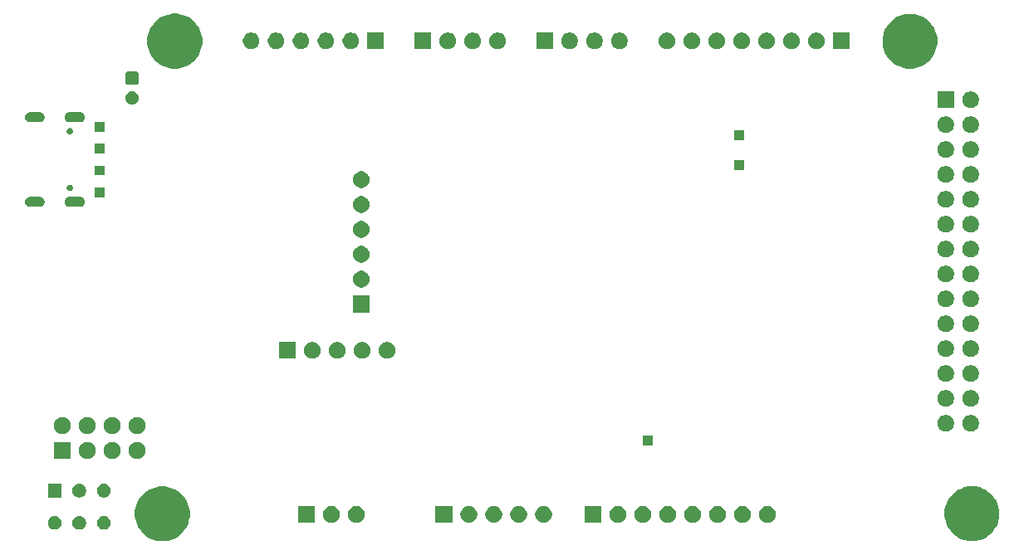
<source format=gbs>
G04 #@! TF.GenerationSoftware,KiCad,Pcbnew,5.1.6-c6e7f7d~87~ubuntu18.04.1*
G04 #@! TF.CreationDate,2020-09-06T13:57:06+03:00*
G04 #@! TF.ProjectId,PSLab,50534c61-622e-46b6-9963-61645f706362,v6.1*
G04 #@! TF.SameCoordinates,Original*
G04 #@! TF.FileFunction,Soldermask,Bot*
G04 #@! TF.FilePolarity,Negative*
%FSLAX46Y46*%
G04 Gerber Fmt 4.6, Leading zero omitted, Abs format (unit mm)*
G04 Created by KiCad (PCBNEW 5.1.6-c6e7f7d~87~ubuntu18.04.1) date 2020-09-06 13:57:06*
%MOMM*%
%LPD*%
G01*
G04 APERTURE LIST*
%ADD10C,0.100000*%
G04 APERTURE END LIST*
D10*
G36*
X105426253Y-108273801D02*
G01*
X105696730Y-108327602D01*
X105907799Y-108415030D01*
X106206296Y-108538671D01*
X106206297Y-108538672D01*
X106664896Y-108845098D01*
X107054902Y-109235104D01*
X107104077Y-109308700D01*
X107361329Y-109693704D01*
X107484970Y-109992201D01*
X107568256Y-110193270D01*
X107572398Y-110203271D01*
X107680000Y-110744223D01*
X107680000Y-111295777D01*
X107660885Y-111391873D01*
X107572398Y-111836730D01*
X107502887Y-112004544D01*
X107361329Y-112346296D01*
X107361328Y-112346297D01*
X107054902Y-112804896D01*
X106664896Y-113194902D01*
X106358469Y-113399650D01*
X106206296Y-113501329D01*
X105907799Y-113624970D01*
X105696730Y-113712398D01*
X105426253Y-113766199D01*
X105155777Y-113820000D01*
X104604223Y-113820000D01*
X104333747Y-113766199D01*
X104063270Y-113712398D01*
X103852201Y-113624970D01*
X103553704Y-113501329D01*
X103401531Y-113399650D01*
X103095104Y-113194902D01*
X102705098Y-112804896D01*
X102398672Y-112346297D01*
X102398671Y-112346296D01*
X102257113Y-112004544D01*
X102187602Y-111836730D01*
X102099115Y-111391873D01*
X102080000Y-111295777D01*
X102080000Y-110744223D01*
X102187602Y-110203271D01*
X102191745Y-110193270D01*
X102275030Y-109992201D01*
X102398671Y-109693704D01*
X102655923Y-109308700D01*
X102705098Y-109235104D01*
X103095104Y-108845098D01*
X103553703Y-108538672D01*
X103553704Y-108538671D01*
X103852201Y-108415030D01*
X104063270Y-108327602D01*
X104333747Y-108273801D01*
X104604223Y-108220000D01*
X105155777Y-108220000D01*
X105426253Y-108273801D01*
G37*
G36*
X187746050Y-108220000D02*
G01*
X188236730Y-108317602D01*
X188447799Y-108405030D01*
X188746296Y-108528671D01*
X188803143Y-108566655D01*
X189204896Y-108835098D01*
X189594902Y-109225104D01*
X189615501Y-109255933D01*
X189901329Y-109683704D01*
X189905471Y-109693704D01*
X190112398Y-110193270D01*
X190125008Y-110256664D01*
X190220000Y-110734223D01*
X190220000Y-111285777D01*
X190198896Y-111391873D01*
X190112398Y-111826730D01*
X190085637Y-111891336D01*
X189901329Y-112336296D01*
X189870909Y-112381822D01*
X189594902Y-112794896D01*
X189204896Y-113184902D01*
X188898469Y-113389650D01*
X188746296Y-113491329D01*
X188447799Y-113614970D01*
X188236730Y-113702398D01*
X188186456Y-113712398D01*
X187695777Y-113810000D01*
X187144223Y-113810000D01*
X186653544Y-113712398D01*
X186603270Y-113702398D01*
X186392201Y-113614970D01*
X186093704Y-113491329D01*
X185941531Y-113389650D01*
X185635104Y-113184902D01*
X185245098Y-112794896D01*
X184969091Y-112381822D01*
X184938671Y-112336296D01*
X184754363Y-111891336D01*
X184727602Y-111826730D01*
X184641104Y-111391873D01*
X184620000Y-111285777D01*
X184620000Y-110734223D01*
X184714992Y-110256664D01*
X184727602Y-110193270D01*
X184934529Y-109693704D01*
X184938671Y-109683704D01*
X185224499Y-109255933D01*
X185245098Y-109225104D01*
X185635104Y-108835098D01*
X186036857Y-108566655D01*
X186093704Y-108528671D01*
X186392201Y-108405030D01*
X186603270Y-108317602D01*
X187093950Y-108220000D01*
X187144223Y-108210000D01*
X187695777Y-108210000D01*
X187746050Y-108220000D01*
G37*
G36*
X94110182Y-111262500D02*
G01*
X94237573Y-111315267D01*
X94294510Y-111353311D01*
X94352224Y-111391874D01*
X94449726Y-111489376D01*
X94449727Y-111489378D01*
X94526333Y-111604027D01*
X94579100Y-111731418D01*
X94606000Y-111866655D01*
X94606000Y-112004545D01*
X94579100Y-112139782D01*
X94526333Y-112267173D01*
X94526332Y-112267174D01*
X94449726Y-112381824D01*
X94352224Y-112479326D01*
X94294510Y-112517889D01*
X94237573Y-112555933D01*
X94110182Y-112608700D01*
X93974945Y-112635600D01*
X93837055Y-112635600D01*
X93701818Y-112608700D01*
X93574427Y-112555933D01*
X93517490Y-112517889D01*
X93459776Y-112479326D01*
X93362274Y-112381824D01*
X93285668Y-112267174D01*
X93285667Y-112267173D01*
X93232900Y-112139782D01*
X93206000Y-112004545D01*
X93206000Y-111866655D01*
X93232900Y-111731418D01*
X93285667Y-111604027D01*
X93362273Y-111489378D01*
X93362274Y-111489376D01*
X93459776Y-111391874D01*
X93517490Y-111353311D01*
X93574427Y-111315267D01*
X93701818Y-111262500D01*
X93837055Y-111235600D01*
X93974945Y-111235600D01*
X94110182Y-111262500D01*
G37*
G36*
X99110182Y-111262500D02*
G01*
X99237573Y-111315267D01*
X99294510Y-111353311D01*
X99352224Y-111391874D01*
X99449726Y-111489376D01*
X99449727Y-111489378D01*
X99526333Y-111604027D01*
X99579100Y-111731418D01*
X99606000Y-111866655D01*
X99606000Y-112004545D01*
X99579100Y-112139782D01*
X99526333Y-112267173D01*
X99526332Y-112267174D01*
X99449726Y-112381824D01*
X99352224Y-112479326D01*
X99294510Y-112517889D01*
X99237573Y-112555933D01*
X99110182Y-112608700D01*
X98974945Y-112635600D01*
X98837055Y-112635600D01*
X98701818Y-112608700D01*
X98574427Y-112555933D01*
X98517490Y-112517889D01*
X98459776Y-112479326D01*
X98362274Y-112381824D01*
X98285668Y-112267174D01*
X98285667Y-112267173D01*
X98232900Y-112139782D01*
X98206000Y-112004545D01*
X98206000Y-111866655D01*
X98232900Y-111731418D01*
X98285667Y-111604027D01*
X98362273Y-111489378D01*
X98362274Y-111489376D01*
X98459776Y-111391874D01*
X98517490Y-111353311D01*
X98574427Y-111315267D01*
X98701818Y-111262500D01*
X98837055Y-111235600D01*
X98974945Y-111235600D01*
X99110182Y-111262500D01*
G37*
G36*
X96610182Y-111262500D02*
G01*
X96737573Y-111315267D01*
X96794510Y-111353311D01*
X96852224Y-111391874D01*
X96949726Y-111489376D01*
X96949727Y-111489378D01*
X97026333Y-111604027D01*
X97079100Y-111731418D01*
X97106000Y-111866655D01*
X97106000Y-112004545D01*
X97079100Y-112139782D01*
X97026333Y-112267173D01*
X97026332Y-112267174D01*
X96949726Y-112381824D01*
X96852224Y-112479326D01*
X96794510Y-112517889D01*
X96737573Y-112555933D01*
X96610182Y-112608700D01*
X96474945Y-112635600D01*
X96337055Y-112635600D01*
X96201818Y-112608700D01*
X96074427Y-112555933D01*
X96017490Y-112517889D01*
X95959776Y-112479326D01*
X95862274Y-112381824D01*
X95785668Y-112267174D01*
X95785667Y-112267173D01*
X95732900Y-112139782D01*
X95706000Y-112004545D01*
X95706000Y-111866655D01*
X95732900Y-111731418D01*
X95785667Y-111604027D01*
X95862273Y-111489378D01*
X95862274Y-111489376D01*
X95959776Y-111391874D01*
X96017490Y-111353311D01*
X96074427Y-111315267D01*
X96201818Y-111262500D01*
X96337055Y-111235600D01*
X96474945Y-111235600D01*
X96610182Y-111262500D01*
G37*
G36*
X124887935Y-110256664D02*
G01*
X125042624Y-110320739D01*
X125042626Y-110320740D01*
X125181844Y-110413762D01*
X125300238Y-110532156D01*
X125393260Y-110671374D01*
X125393261Y-110671376D01*
X125457336Y-110826065D01*
X125490000Y-110990281D01*
X125490000Y-111157719D01*
X125457336Y-111321935D01*
X125428366Y-111391873D01*
X125393260Y-111476626D01*
X125300238Y-111615844D01*
X125181844Y-111734238D01*
X125042626Y-111827260D01*
X125042625Y-111827261D01*
X125042624Y-111827261D01*
X124887935Y-111891336D01*
X124723719Y-111924000D01*
X124556281Y-111924000D01*
X124392065Y-111891336D01*
X124237376Y-111827261D01*
X124237375Y-111827261D01*
X124237374Y-111827260D01*
X124098156Y-111734238D01*
X123979762Y-111615844D01*
X123886740Y-111476626D01*
X123851634Y-111391873D01*
X123822664Y-111321935D01*
X123790000Y-111157719D01*
X123790000Y-110990281D01*
X123822664Y-110826065D01*
X123886739Y-110671376D01*
X123886740Y-110671374D01*
X123979762Y-110532156D01*
X124098156Y-110413762D01*
X124237374Y-110320740D01*
X124237376Y-110320739D01*
X124392065Y-110256664D01*
X124556281Y-110224000D01*
X124723719Y-110224000D01*
X124887935Y-110256664D01*
G37*
G36*
X141448735Y-110256664D02*
G01*
X141603424Y-110320739D01*
X141603426Y-110320740D01*
X141742644Y-110413762D01*
X141861038Y-110532156D01*
X141954060Y-110671374D01*
X141954061Y-110671376D01*
X142018136Y-110826065D01*
X142050800Y-110990281D01*
X142050800Y-111157719D01*
X142018136Y-111321935D01*
X141989166Y-111391873D01*
X141954060Y-111476626D01*
X141861038Y-111615844D01*
X141742644Y-111734238D01*
X141603426Y-111827260D01*
X141603425Y-111827261D01*
X141603424Y-111827261D01*
X141448735Y-111891336D01*
X141284519Y-111924000D01*
X141117081Y-111924000D01*
X140952865Y-111891336D01*
X140798176Y-111827261D01*
X140798175Y-111827261D01*
X140798174Y-111827260D01*
X140658956Y-111734238D01*
X140540562Y-111615844D01*
X140447540Y-111476626D01*
X140412434Y-111391873D01*
X140383464Y-111321935D01*
X140350800Y-111157719D01*
X140350800Y-110990281D01*
X140383464Y-110826065D01*
X140447539Y-110671376D01*
X140447540Y-110671374D01*
X140540562Y-110532156D01*
X140658956Y-110413762D01*
X140798174Y-110320740D01*
X140798176Y-110320739D01*
X140952865Y-110256664D01*
X141117081Y-110224000D01*
X141284519Y-110224000D01*
X141448735Y-110256664D01*
G37*
G36*
X138908735Y-110256664D02*
G01*
X139063424Y-110320739D01*
X139063426Y-110320740D01*
X139202644Y-110413762D01*
X139321038Y-110532156D01*
X139414060Y-110671374D01*
X139414061Y-110671376D01*
X139478136Y-110826065D01*
X139510800Y-110990281D01*
X139510800Y-111157719D01*
X139478136Y-111321935D01*
X139449166Y-111391873D01*
X139414060Y-111476626D01*
X139321038Y-111615844D01*
X139202644Y-111734238D01*
X139063426Y-111827260D01*
X139063425Y-111827261D01*
X139063424Y-111827261D01*
X138908735Y-111891336D01*
X138744519Y-111924000D01*
X138577081Y-111924000D01*
X138412865Y-111891336D01*
X138258176Y-111827261D01*
X138258175Y-111827261D01*
X138258174Y-111827260D01*
X138118956Y-111734238D01*
X138000562Y-111615844D01*
X137907540Y-111476626D01*
X137872434Y-111391873D01*
X137843464Y-111321935D01*
X137810800Y-111157719D01*
X137810800Y-110990281D01*
X137843464Y-110826065D01*
X137907539Y-110671376D01*
X137907540Y-110671374D01*
X138000562Y-110532156D01*
X138118956Y-110413762D01*
X138258174Y-110320740D01*
X138258176Y-110320739D01*
X138412865Y-110256664D01*
X138577081Y-110224000D01*
X138744519Y-110224000D01*
X138908735Y-110256664D01*
G37*
G36*
X136368735Y-110256664D02*
G01*
X136523424Y-110320739D01*
X136523426Y-110320740D01*
X136662644Y-110413762D01*
X136781038Y-110532156D01*
X136874060Y-110671374D01*
X136874061Y-110671376D01*
X136938136Y-110826065D01*
X136970800Y-110990281D01*
X136970800Y-111157719D01*
X136938136Y-111321935D01*
X136909166Y-111391873D01*
X136874060Y-111476626D01*
X136781038Y-111615844D01*
X136662644Y-111734238D01*
X136523426Y-111827260D01*
X136523425Y-111827261D01*
X136523424Y-111827261D01*
X136368735Y-111891336D01*
X136204519Y-111924000D01*
X136037081Y-111924000D01*
X135872865Y-111891336D01*
X135718176Y-111827261D01*
X135718175Y-111827261D01*
X135718174Y-111827260D01*
X135578956Y-111734238D01*
X135460562Y-111615844D01*
X135367540Y-111476626D01*
X135332434Y-111391873D01*
X135303464Y-111321935D01*
X135270800Y-111157719D01*
X135270800Y-110990281D01*
X135303464Y-110826065D01*
X135367539Y-110671376D01*
X135367540Y-110671374D01*
X135460562Y-110532156D01*
X135578956Y-110413762D01*
X135718174Y-110320740D01*
X135718176Y-110320739D01*
X135872865Y-110256664D01*
X136037081Y-110224000D01*
X136204519Y-110224000D01*
X136368735Y-110256664D01*
G37*
G36*
X134430800Y-111924000D02*
G01*
X132730800Y-111924000D01*
X132730800Y-110224000D01*
X134430800Y-110224000D01*
X134430800Y-111924000D01*
G37*
G36*
X122347935Y-110256664D02*
G01*
X122502624Y-110320739D01*
X122502626Y-110320740D01*
X122641844Y-110413762D01*
X122760238Y-110532156D01*
X122853260Y-110671374D01*
X122853261Y-110671376D01*
X122917336Y-110826065D01*
X122950000Y-110990281D01*
X122950000Y-111157719D01*
X122917336Y-111321935D01*
X122888366Y-111391873D01*
X122853260Y-111476626D01*
X122760238Y-111615844D01*
X122641844Y-111734238D01*
X122502626Y-111827260D01*
X122502625Y-111827261D01*
X122502624Y-111827261D01*
X122347935Y-111891336D01*
X122183719Y-111924000D01*
X122016281Y-111924000D01*
X121852065Y-111891336D01*
X121697376Y-111827261D01*
X121697375Y-111827261D01*
X121697374Y-111827260D01*
X121558156Y-111734238D01*
X121439762Y-111615844D01*
X121346740Y-111476626D01*
X121311634Y-111391873D01*
X121282664Y-111321935D01*
X121250000Y-111157719D01*
X121250000Y-110990281D01*
X121282664Y-110826065D01*
X121346739Y-110671376D01*
X121346740Y-110671374D01*
X121439762Y-110532156D01*
X121558156Y-110413762D01*
X121697374Y-110320740D01*
X121697376Y-110320739D01*
X121852065Y-110256664D01*
X122016281Y-110224000D01*
X122183719Y-110224000D01*
X122347935Y-110256664D01*
G37*
G36*
X120410000Y-111924000D02*
G01*
X118710000Y-111924000D01*
X118710000Y-110224000D01*
X120410000Y-110224000D01*
X120410000Y-111924000D01*
G37*
G36*
X166797935Y-110256664D02*
G01*
X166952624Y-110320739D01*
X166952626Y-110320740D01*
X167091844Y-110413762D01*
X167210238Y-110532156D01*
X167303260Y-110671374D01*
X167303261Y-110671376D01*
X167367336Y-110826065D01*
X167400000Y-110990281D01*
X167400000Y-111157719D01*
X167367336Y-111321935D01*
X167338366Y-111391873D01*
X167303260Y-111476626D01*
X167210238Y-111615844D01*
X167091844Y-111734238D01*
X166952626Y-111827260D01*
X166952625Y-111827261D01*
X166952624Y-111827261D01*
X166797935Y-111891336D01*
X166633719Y-111924000D01*
X166466281Y-111924000D01*
X166302065Y-111891336D01*
X166147376Y-111827261D01*
X166147375Y-111827261D01*
X166147374Y-111827260D01*
X166008156Y-111734238D01*
X165889762Y-111615844D01*
X165796740Y-111476626D01*
X165761634Y-111391873D01*
X165732664Y-111321935D01*
X165700000Y-111157719D01*
X165700000Y-110990281D01*
X165732664Y-110826065D01*
X165796739Y-110671376D01*
X165796740Y-110671374D01*
X165889762Y-110532156D01*
X166008156Y-110413762D01*
X166147374Y-110320740D01*
X166147376Y-110320739D01*
X166302065Y-110256664D01*
X166466281Y-110224000D01*
X166633719Y-110224000D01*
X166797935Y-110256664D01*
G37*
G36*
X161717935Y-110256664D02*
G01*
X161872624Y-110320739D01*
X161872626Y-110320740D01*
X162011844Y-110413762D01*
X162130238Y-110532156D01*
X162223260Y-110671374D01*
X162223261Y-110671376D01*
X162287336Y-110826065D01*
X162320000Y-110990281D01*
X162320000Y-111157719D01*
X162287336Y-111321935D01*
X162258366Y-111391873D01*
X162223260Y-111476626D01*
X162130238Y-111615844D01*
X162011844Y-111734238D01*
X161872626Y-111827260D01*
X161872625Y-111827261D01*
X161872624Y-111827261D01*
X161717935Y-111891336D01*
X161553719Y-111924000D01*
X161386281Y-111924000D01*
X161222065Y-111891336D01*
X161067376Y-111827261D01*
X161067375Y-111827261D01*
X161067374Y-111827260D01*
X160928156Y-111734238D01*
X160809762Y-111615844D01*
X160716740Y-111476626D01*
X160681634Y-111391873D01*
X160652664Y-111321935D01*
X160620000Y-111157719D01*
X160620000Y-110990281D01*
X160652664Y-110826065D01*
X160716739Y-110671376D01*
X160716740Y-110671374D01*
X160809762Y-110532156D01*
X160928156Y-110413762D01*
X161067374Y-110320740D01*
X161067376Y-110320739D01*
X161222065Y-110256664D01*
X161386281Y-110224000D01*
X161553719Y-110224000D01*
X161717935Y-110256664D01*
G37*
G36*
X159177935Y-110256664D02*
G01*
X159332624Y-110320739D01*
X159332626Y-110320740D01*
X159471844Y-110413762D01*
X159590238Y-110532156D01*
X159683260Y-110671374D01*
X159683261Y-110671376D01*
X159747336Y-110826065D01*
X159780000Y-110990281D01*
X159780000Y-111157719D01*
X159747336Y-111321935D01*
X159718366Y-111391873D01*
X159683260Y-111476626D01*
X159590238Y-111615844D01*
X159471844Y-111734238D01*
X159332626Y-111827260D01*
X159332625Y-111827261D01*
X159332624Y-111827261D01*
X159177935Y-111891336D01*
X159013719Y-111924000D01*
X158846281Y-111924000D01*
X158682065Y-111891336D01*
X158527376Y-111827261D01*
X158527375Y-111827261D01*
X158527374Y-111827260D01*
X158388156Y-111734238D01*
X158269762Y-111615844D01*
X158176740Y-111476626D01*
X158141634Y-111391873D01*
X158112664Y-111321935D01*
X158080000Y-111157719D01*
X158080000Y-110990281D01*
X158112664Y-110826065D01*
X158176739Y-110671376D01*
X158176740Y-110671374D01*
X158269762Y-110532156D01*
X158388156Y-110413762D01*
X158527374Y-110320740D01*
X158527376Y-110320739D01*
X158682065Y-110256664D01*
X158846281Y-110224000D01*
X159013719Y-110224000D01*
X159177935Y-110256664D01*
G37*
G36*
X143988735Y-110256664D02*
G01*
X144143424Y-110320739D01*
X144143426Y-110320740D01*
X144282644Y-110413762D01*
X144401038Y-110532156D01*
X144494060Y-110671374D01*
X144494061Y-110671376D01*
X144558136Y-110826065D01*
X144590800Y-110990281D01*
X144590800Y-111157719D01*
X144558136Y-111321935D01*
X144529166Y-111391873D01*
X144494060Y-111476626D01*
X144401038Y-111615844D01*
X144282644Y-111734238D01*
X144143426Y-111827260D01*
X144143425Y-111827261D01*
X144143424Y-111827261D01*
X143988735Y-111891336D01*
X143824519Y-111924000D01*
X143657081Y-111924000D01*
X143492865Y-111891336D01*
X143338176Y-111827261D01*
X143338175Y-111827261D01*
X143338174Y-111827260D01*
X143198956Y-111734238D01*
X143080562Y-111615844D01*
X142987540Y-111476626D01*
X142952434Y-111391873D01*
X142923464Y-111321935D01*
X142890800Y-111157719D01*
X142890800Y-110990281D01*
X142923464Y-110826065D01*
X142987539Y-110671376D01*
X142987540Y-110671374D01*
X143080562Y-110532156D01*
X143198956Y-110413762D01*
X143338174Y-110320740D01*
X143338176Y-110320739D01*
X143492865Y-110256664D01*
X143657081Y-110224000D01*
X143824519Y-110224000D01*
X143988735Y-110256664D01*
G37*
G36*
X156637935Y-110256664D02*
G01*
X156792624Y-110320739D01*
X156792626Y-110320740D01*
X156931844Y-110413762D01*
X157050238Y-110532156D01*
X157143260Y-110671374D01*
X157143261Y-110671376D01*
X157207336Y-110826065D01*
X157240000Y-110990281D01*
X157240000Y-111157719D01*
X157207336Y-111321935D01*
X157178366Y-111391873D01*
X157143260Y-111476626D01*
X157050238Y-111615844D01*
X156931844Y-111734238D01*
X156792626Y-111827260D01*
X156792625Y-111827261D01*
X156792624Y-111827261D01*
X156637935Y-111891336D01*
X156473719Y-111924000D01*
X156306281Y-111924000D01*
X156142065Y-111891336D01*
X155987376Y-111827261D01*
X155987375Y-111827261D01*
X155987374Y-111827260D01*
X155848156Y-111734238D01*
X155729762Y-111615844D01*
X155636740Y-111476626D01*
X155601634Y-111391873D01*
X155572664Y-111321935D01*
X155540000Y-111157719D01*
X155540000Y-110990281D01*
X155572664Y-110826065D01*
X155636739Y-110671376D01*
X155636740Y-110671374D01*
X155729762Y-110532156D01*
X155848156Y-110413762D01*
X155987374Y-110320740D01*
X155987376Y-110320739D01*
X156142065Y-110256664D01*
X156306281Y-110224000D01*
X156473719Y-110224000D01*
X156637935Y-110256664D01*
G37*
G36*
X154097935Y-110256664D02*
G01*
X154252624Y-110320739D01*
X154252626Y-110320740D01*
X154391844Y-110413762D01*
X154510238Y-110532156D01*
X154603260Y-110671374D01*
X154603261Y-110671376D01*
X154667336Y-110826065D01*
X154700000Y-110990281D01*
X154700000Y-111157719D01*
X154667336Y-111321935D01*
X154638366Y-111391873D01*
X154603260Y-111476626D01*
X154510238Y-111615844D01*
X154391844Y-111734238D01*
X154252626Y-111827260D01*
X154252625Y-111827261D01*
X154252624Y-111827261D01*
X154097935Y-111891336D01*
X153933719Y-111924000D01*
X153766281Y-111924000D01*
X153602065Y-111891336D01*
X153447376Y-111827261D01*
X153447375Y-111827261D01*
X153447374Y-111827260D01*
X153308156Y-111734238D01*
X153189762Y-111615844D01*
X153096740Y-111476626D01*
X153061634Y-111391873D01*
X153032664Y-111321935D01*
X153000000Y-111157719D01*
X153000000Y-110990281D01*
X153032664Y-110826065D01*
X153096739Y-110671376D01*
X153096740Y-110671374D01*
X153189762Y-110532156D01*
X153308156Y-110413762D01*
X153447374Y-110320740D01*
X153447376Y-110320739D01*
X153602065Y-110256664D01*
X153766281Y-110224000D01*
X153933719Y-110224000D01*
X154097935Y-110256664D01*
G37*
G36*
X151557935Y-110256664D02*
G01*
X151712624Y-110320739D01*
X151712626Y-110320740D01*
X151851844Y-110413762D01*
X151970238Y-110532156D01*
X152063260Y-110671374D01*
X152063261Y-110671376D01*
X152127336Y-110826065D01*
X152160000Y-110990281D01*
X152160000Y-111157719D01*
X152127336Y-111321935D01*
X152098366Y-111391873D01*
X152063260Y-111476626D01*
X151970238Y-111615844D01*
X151851844Y-111734238D01*
X151712626Y-111827260D01*
X151712625Y-111827261D01*
X151712624Y-111827261D01*
X151557935Y-111891336D01*
X151393719Y-111924000D01*
X151226281Y-111924000D01*
X151062065Y-111891336D01*
X150907376Y-111827261D01*
X150907375Y-111827261D01*
X150907374Y-111827260D01*
X150768156Y-111734238D01*
X150649762Y-111615844D01*
X150556740Y-111476626D01*
X150521634Y-111391873D01*
X150492664Y-111321935D01*
X150460000Y-111157719D01*
X150460000Y-110990281D01*
X150492664Y-110826065D01*
X150556739Y-110671376D01*
X150556740Y-110671374D01*
X150649762Y-110532156D01*
X150768156Y-110413762D01*
X150907374Y-110320740D01*
X150907376Y-110320739D01*
X151062065Y-110256664D01*
X151226281Y-110224000D01*
X151393719Y-110224000D01*
X151557935Y-110256664D01*
G37*
G36*
X149620000Y-111924000D02*
G01*
X147920000Y-111924000D01*
X147920000Y-110224000D01*
X149620000Y-110224000D01*
X149620000Y-111924000D01*
G37*
G36*
X164257935Y-110256664D02*
G01*
X164412624Y-110320739D01*
X164412626Y-110320740D01*
X164551844Y-110413762D01*
X164670238Y-110532156D01*
X164763260Y-110671374D01*
X164763261Y-110671376D01*
X164827336Y-110826065D01*
X164860000Y-110990281D01*
X164860000Y-111157719D01*
X164827336Y-111321935D01*
X164798366Y-111391873D01*
X164763260Y-111476626D01*
X164670238Y-111615844D01*
X164551844Y-111734238D01*
X164412626Y-111827260D01*
X164412625Y-111827261D01*
X164412624Y-111827261D01*
X164257935Y-111891336D01*
X164093719Y-111924000D01*
X163926281Y-111924000D01*
X163762065Y-111891336D01*
X163607376Y-111827261D01*
X163607375Y-111827261D01*
X163607374Y-111827260D01*
X163468156Y-111734238D01*
X163349762Y-111615844D01*
X163256740Y-111476626D01*
X163221634Y-111391873D01*
X163192664Y-111321935D01*
X163160000Y-111157719D01*
X163160000Y-110990281D01*
X163192664Y-110826065D01*
X163256739Y-110671376D01*
X163256740Y-110671374D01*
X163349762Y-110532156D01*
X163468156Y-110413762D01*
X163607374Y-110320740D01*
X163607376Y-110320739D01*
X163762065Y-110256664D01*
X163926281Y-110224000D01*
X164093719Y-110224000D01*
X164257935Y-110256664D01*
G37*
G36*
X94606000Y-109335600D02*
G01*
X93206000Y-109335600D01*
X93206000Y-107935600D01*
X94606000Y-107935600D01*
X94606000Y-109335600D01*
G37*
G36*
X99110182Y-107962500D02*
G01*
X99237573Y-108015267D01*
X99237574Y-108015268D01*
X99352224Y-108091874D01*
X99449726Y-108189376D01*
X99449727Y-108189378D01*
X99526333Y-108304027D01*
X99579100Y-108431418D01*
X99606000Y-108566655D01*
X99606000Y-108704545D01*
X99579100Y-108839782D01*
X99526333Y-108967173D01*
X99526332Y-108967174D01*
X99449726Y-109081824D01*
X99352224Y-109179326D01*
X99294510Y-109217889D01*
X99237573Y-109255933D01*
X99110182Y-109308700D01*
X98974945Y-109335600D01*
X98837055Y-109335600D01*
X98701818Y-109308700D01*
X98574427Y-109255933D01*
X98517490Y-109217889D01*
X98459776Y-109179326D01*
X98362274Y-109081824D01*
X98285668Y-108967174D01*
X98285667Y-108967173D01*
X98232900Y-108839782D01*
X98206000Y-108704545D01*
X98206000Y-108566655D01*
X98232900Y-108431418D01*
X98285667Y-108304027D01*
X98362273Y-108189378D01*
X98362274Y-108189376D01*
X98459776Y-108091874D01*
X98574426Y-108015268D01*
X98574427Y-108015267D01*
X98701818Y-107962500D01*
X98837055Y-107935600D01*
X98974945Y-107935600D01*
X99110182Y-107962500D01*
G37*
G36*
X96610182Y-107962500D02*
G01*
X96737573Y-108015267D01*
X96737574Y-108015268D01*
X96852224Y-108091874D01*
X96949726Y-108189376D01*
X96949727Y-108189378D01*
X97026333Y-108304027D01*
X97079100Y-108431418D01*
X97106000Y-108566655D01*
X97106000Y-108704545D01*
X97079100Y-108839782D01*
X97026333Y-108967173D01*
X97026332Y-108967174D01*
X96949726Y-109081824D01*
X96852224Y-109179326D01*
X96794510Y-109217889D01*
X96737573Y-109255933D01*
X96610182Y-109308700D01*
X96474945Y-109335600D01*
X96337055Y-109335600D01*
X96201818Y-109308700D01*
X96074427Y-109255933D01*
X96017490Y-109217889D01*
X95959776Y-109179326D01*
X95862274Y-109081824D01*
X95785668Y-108967174D01*
X95785667Y-108967173D01*
X95732900Y-108839782D01*
X95706000Y-108704545D01*
X95706000Y-108566655D01*
X95732900Y-108431418D01*
X95785667Y-108304027D01*
X95862273Y-108189378D01*
X95862274Y-108189376D01*
X95959776Y-108091874D01*
X96074426Y-108015268D01*
X96074427Y-108015267D01*
X96201818Y-107962500D01*
X96337055Y-107935600D01*
X96474945Y-107935600D01*
X96610182Y-107962500D01*
G37*
G36*
X102565303Y-103715787D02*
G01*
X102722468Y-103780887D01*
X102863913Y-103875398D01*
X102984202Y-103995687D01*
X103078713Y-104137132D01*
X103143813Y-104294297D01*
X103177000Y-104461143D01*
X103177000Y-104631257D01*
X103143813Y-104798103D01*
X103078713Y-104955268D01*
X102984202Y-105096713D01*
X102863913Y-105217002D01*
X102722468Y-105311513D01*
X102565303Y-105376613D01*
X102398457Y-105409800D01*
X102228343Y-105409800D01*
X102061497Y-105376613D01*
X101904332Y-105311513D01*
X101762887Y-105217002D01*
X101642598Y-105096713D01*
X101548087Y-104955268D01*
X101482987Y-104798103D01*
X101449800Y-104631257D01*
X101449800Y-104461143D01*
X101482987Y-104294297D01*
X101548087Y-104137132D01*
X101642598Y-103995687D01*
X101762887Y-103875398D01*
X101904332Y-103780887D01*
X102061497Y-103715787D01*
X102228343Y-103682600D01*
X102398457Y-103682600D01*
X102565303Y-103715787D01*
G37*
G36*
X100025303Y-103715787D02*
G01*
X100182468Y-103780887D01*
X100323913Y-103875398D01*
X100444202Y-103995687D01*
X100538713Y-104137132D01*
X100603813Y-104294297D01*
X100637000Y-104461143D01*
X100637000Y-104631257D01*
X100603813Y-104798103D01*
X100538713Y-104955268D01*
X100444202Y-105096713D01*
X100323913Y-105217002D01*
X100182468Y-105311513D01*
X100025303Y-105376613D01*
X99858457Y-105409800D01*
X99688343Y-105409800D01*
X99521497Y-105376613D01*
X99364332Y-105311513D01*
X99222887Y-105217002D01*
X99102598Y-105096713D01*
X99008087Y-104955268D01*
X98942987Y-104798103D01*
X98909800Y-104631257D01*
X98909800Y-104461143D01*
X98942987Y-104294297D01*
X99008087Y-104137132D01*
X99102598Y-103995687D01*
X99222887Y-103875398D01*
X99364332Y-103780887D01*
X99521497Y-103715787D01*
X99688343Y-103682600D01*
X99858457Y-103682600D01*
X100025303Y-103715787D01*
G37*
G36*
X97485303Y-103715787D02*
G01*
X97642468Y-103780887D01*
X97783913Y-103875398D01*
X97904202Y-103995687D01*
X97998713Y-104137132D01*
X98063813Y-104294297D01*
X98097000Y-104461143D01*
X98097000Y-104631257D01*
X98063813Y-104798103D01*
X97998713Y-104955268D01*
X97904202Y-105096713D01*
X97783913Y-105217002D01*
X97642468Y-105311513D01*
X97485303Y-105376613D01*
X97318457Y-105409800D01*
X97148343Y-105409800D01*
X96981497Y-105376613D01*
X96824332Y-105311513D01*
X96682887Y-105217002D01*
X96562598Y-105096713D01*
X96468087Y-104955268D01*
X96402987Y-104798103D01*
X96369800Y-104631257D01*
X96369800Y-104461143D01*
X96402987Y-104294297D01*
X96468087Y-104137132D01*
X96562598Y-103995687D01*
X96682887Y-103875398D01*
X96824332Y-103780887D01*
X96981497Y-103715787D01*
X97148343Y-103682600D01*
X97318457Y-103682600D01*
X97485303Y-103715787D01*
G37*
G36*
X95557000Y-105409800D02*
G01*
X93829800Y-105409800D01*
X93829800Y-103682600D01*
X95557000Y-103682600D01*
X95557000Y-105409800D01*
G37*
G36*
X154858000Y-104004800D02*
G01*
X153858000Y-104004800D01*
X153858000Y-103004800D01*
X154858000Y-103004800D01*
X154858000Y-104004800D01*
G37*
G36*
X100025303Y-101175787D02*
G01*
X100182468Y-101240887D01*
X100323913Y-101335398D01*
X100444202Y-101455687D01*
X100538713Y-101597132D01*
X100603813Y-101754297D01*
X100637000Y-101921143D01*
X100637000Y-102091257D01*
X100603813Y-102258103D01*
X100538713Y-102415268D01*
X100444202Y-102556713D01*
X100323913Y-102677002D01*
X100182468Y-102771513D01*
X100025303Y-102836613D01*
X99858457Y-102869800D01*
X99688343Y-102869800D01*
X99521497Y-102836613D01*
X99364332Y-102771513D01*
X99222887Y-102677002D01*
X99102598Y-102556713D01*
X99008087Y-102415268D01*
X98942987Y-102258103D01*
X98909800Y-102091257D01*
X98909800Y-101921143D01*
X98942987Y-101754297D01*
X99008087Y-101597132D01*
X99102598Y-101455687D01*
X99222887Y-101335398D01*
X99364332Y-101240887D01*
X99521497Y-101175787D01*
X99688343Y-101142600D01*
X99858457Y-101142600D01*
X100025303Y-101175787D01*
G37*
G36*
X94945303Y-101175787D02*
G01*
X95102468Y-101240887D01*
X95243913Y-101335398D01*
X95364202Y-101455687D01*
X95458713Y-101597132D01*
X95523813Y-101754297D01*
X95557000Y-101921143D01*
X95557000Y-102091257D01*
X95523813Y-102258103D01*
X95458713Y-102415268D01*
X95364202Y-102556713D01*
X95243913Y-102677002D01*
X95102468Y-102771513D01*
X94945303Y-102836613D01*
X94778457Y-102869800D01*
X94608343Y-102869800D01*
X94441497Y-102836613D01*
X94284332Y-102771513D01*
X94142887Y-102677002D01*
X94022598Y-102556713D01*
X93928087Y-102415268D01*
X93862987Y-102258103D01*
X93829800Y-102091257D01*
X93829800Y-101921143D01*
X93862987Y-101754297D01*
X93928087Y-101597132D01*
X94022598Y-101455687D01*
X94142887Y-101335398D01*
X94284332Y-101240887D01*
X94441497Y-101175787D01*
X94608343Y-101142600D01*
X94778457Y-101142600D01*
X94945303Y-101175787D01*
G37*
G36*
X102565303Y-101175787D02*
G01*
X102722468Y-101240887D01*
X102863913Y-101335398D01*
X102984202Y-101455687D01*
X103078713Y-101597132D01*
X103143813Y-101754297D01*
X103177000Y-101921143D01*
X103177000Y-102091257D01*
X103143813Y-102258103D01*
X103078713Y-102415268D01*
X102984202Y-102556713D01*
X102863913Y-102677002D01*
X102722468Y-102771513D01*
X102565303Y-102836613D01*
X102398457Y-102869800D01*
X102228343Y-102869800D01*
X102061497Y-102836613D01*
X101904332Y-102771513D01*
X101762887Y-102677002D01*
X101642598Y-102556713D01*
X101548087Y-102415268D01*
X101482987Y-102258103D01*
X101449800Y-102091257D01*
X101449800Y-101921143D01*
X101482987Y-101754297D01*
X101548087Y-101597132D01*
X101642598Y-101455687D01*
X101762887Y-101335398D01*
X101904332Y-101240887D01*
X102061497Y-101175787D01*
X102228343Y-101142600D01*
X102398457Y-101142600D01*
X102565303Y-101175787D01*
G37*
G36*
X97485303Y-101175787D02*
G01*
X97642468Y-101240887D01*
X97783913Y-101335398D01*
X97904202Y-101455687D01*
X97998713Y-101597132D01*
X98063813Y-101754297D01*
X98097000Y-101921143D01*
X98097000Y-102091257D01*
X98063813Y-102258103D01*
X97998713Y-102415268D01*
X97904202Y-102556713D01*
X97783913Y-102677002D01*
X97642468Y-102771513D01*
X97485303Y-102836613D01*
X97318457Y-102869800D01*
X97148343Y-102869800D01*
X96981497Y-102836613D01*
X96824332Y-102771513D01*
X96682887Y-102677002D01*
X96562598Y-102556713D01*
X96468087Y-102415268D01*
X96402987Y-102258103D01*
X96369800Y-102091257D01*
X96369800Y-101921143D01*
X96402987Y-101754297D01*
X96468087Y-101597132D01*
X96562598Y-101455687D01*
X96682887Y-101335398D01*
X96824332Y-101240887D01*
X96981497Y-101175787D01*
X97148343Y-101142600D01*
X97318457Y-101142600D01*
X97485303Y-101175787D01*
G37*
G36*
X187524335Y-100960264D02*
G01*
X187679024Y-101024339D01*
X187679026Y-101024340D01*
X187818244Y-101117362D01*
X187936638Y-101235756D01*
X187940066Y-101240887D01*
X188029661Y-101374976D01*
X188093736Y-101529665D01*
X188126400Y-101693881D01*
X188126400Y-101861319D01*
X188093736Y-102025535D01*
X188029661Y-102180224D01*
X188029660Y-102180226D01*
X187936638Y-102319444D01*
X187818244Y-102437838D01*
X187679026Y-102530860D01*
X187679025Y-102530861D01*
X187679024Y-102530861D01*
X187524335Y-102594936D01*
X187360119Y-102627600D01*
X187192681Y-102627600D01*
X187028465Y-102594936D01*
X186873776Y-102530861D01*
X186873775Y-102530861D01*
X186873774Y-102530860D01*
X186734556Y-102437838D01*
X186616162Y-102319444D01*
X186523140Y-102180226D01*
X186523139Y-102180224D01*
X186459064Y-102025535D01*
X186426400Y-101861319D01*
X186426400Y-101693881D01*
X186459064Y-101529665D01*
X186523139Y-101374976D01*
X186612734Y-101240887D01*
X186616162Y-101235756D01*
X186734556Y-101117362D01*
X186873774Y-101024340D01*
X186873776Y-101024339D01*
X187028465Y-100960264D01*
X187192681Y-100927600D01*
X187360119Y-100927600D01*
X187524335Y-100960264D01*
G37*
G36*
X184984335Y-100960264D02*
G01*
X185139024Y-101024339D01*
X185139026Y-101024340D01*
X185278244Y-101117362D01*
X185396638Y-101235756D01*
X185400066Y-101240887D01*
X185489661Y-101374976D01*
X185553736Y-101529665D01*
X185586400Y-101693881D01*
X185586400Y-101861319D01*
X185553736Y-102025535D01*
X185489661Y-102180224D01*
X185489660Y-102180226D01*
X185396638Y-102319444D01*
X185278244Y-102437838D01*
X185139026Y-102530860D01*
X185139025Y-102530861D01*
X185139024Y-102530861D01*
X184984335Y-102594936D01*
X184820119Y-102627600D01*
X184652681Y-102627600D01*
X184488465Y-102594936D01*
X184333776Y-102530861D01*
X184333775Y-102530861D01*
X184333774Y-102530860D01*
X184194556Y-102437838D01*
X184076162Y-102319444D01*
X183983140Y-102180226D01*
X183983139Y-102180224D01*
X183919064Y-102025535D01*
X183886400Y-101861319D01*
X183886400Y-101693881D01*
X183919064Y-101529665D01*
X183983139Y-101374976D01*
X184072734Y-101240887D01*
X184076162Y-101235756D01*
X184194556Y-101117362D01*
X184333774Y-101024340D01*
X184333776Y-101024339D01*
X184488465Y-100960264D01*
X184652681Y-100927600D01*
X184820119Y-100927600D01*
X184984335Y-100960264D01*
G37*
G36*
X187524335Y-98420264D02*
G01*
X187679024Y-98484339D01*
X187679026Y-98484340D01*
X187818244Y-98577362D01*
X187936638Y-98695756D01*
X188029660Y-98834974D01*
X188029661Y-98834976D01*
X188093736Y-98989665D01*
X188126400Y-99153881D01*
X188126400Y-99321319D01*
X188093736Y-99485535D01*
X188029661Y-99640224D01*
X188029660Y-99640226D01*
X187936638Y-99779444D01*
X187818244Y-99897838D01*
X187679026Y-99990860D01*
X187679025Y-99990861D01*
X187679024Y-99990861D01*
X187524335Y-100054936D01*
X187360119Y-100087600D01*
X187192681Y-100087600D01*
X187028465Y-100054936D01*
X186873776Y-99990861D01*
X186873775Y-99990861D01*
X186873774Y-99990860D01*
X186734556Y-99897838D01*
X186616162Y-99779444D01*
X186523140Y-99640226D01*
X186523139Y-99640224D01*
X186459064Y-99485535D01*
X186426400Y-99321319D01*
X186426400Y-99153881D01*
X186459064Y-98989665D01*
X186523139Y-98834976D01*
X186523140Y-98834974D01*
X186616162Y-98695756D01*
X186734556Y-98577362D01*
X186873774Y-98484340D01*
X186873776Y-98484339D01*
X187028465Y-98420264D01*
X187192681Y-98387600D01*
X187360119Y-98387600D01*
X187524335Y-98420264D01*
G37*
G36*
X184984335Y-98420264D02*
G01*
X185139024Y-98484339D01*
X185139026Y-98484340D01*
X185278244Y-98577362D01*
X185396638Y-98695756D01*
X185489660Y-98834974D01*
X185489661Y-98834976D01*
X185553736Y-98989665D01*
X185586400Y-99153881D01*
X185586400Y-99321319D01*
X185553736Y-99485535D01*
X185489661Y-99640224D01*
X185489660Y-99640226D01*
X185396638Y-99779444D01*
X185278244Y-99897838D01*
X185139026Y-99990860D01*
X185139025Y-99990861D01*
X185139024Y-99990861D01*
X184984335Y-100054936D01*
X184820119Y-100087600D01*
X184652681Y-100087600D01*
X184488465Y-100054936D01*
X184333776Y-99990861D01*
X184333775Y-99990861D01*
X184333774Y-99990860D01*
X184194556Y-99897838D01*
X184076162Y-99779444D01*
X183983140Y-99640226D01*
X183983139Y-99640224D01*
X183919064Y-99485535D01*
X183886400Y-99321319D01*
X183886400Y-99153881D01*
X183919064Y-98989665D01*
X183983139Y-98834976D01*
X183983140Y-98834974D01*
X184076162Y-98695756D01*
X184194556Y-98577362D01*
X184333774Y-98484340D01*
X184333776Y-98484339D01*
X184488465Y-98420264D01*
X184652681Y-98387600D01*
X184820119Y-98387600D01*
X184984335Y-98420264D01*
G37*
G36*
X184984335Y-95880264D02*
G01*
X185139024Y-95944339D01*
X185139026Y-95944340D01*
X185278244Y-96037362D01*
X185396638Y-96155756D01*
X185489660Y-96294974D01*
X185489661Y-96294976D01*
X185553736Y-96449665D01*
X185586400Y-96613881D01*
X185586400Y-96781319D01*
X185553736Y-96945535D01*
X185489661Y-97100224D01*
X185489660Y-97100226D01*
X185396638Y-97239444D01*
X185278244Y-97357838D01*
X185139026Y-97450860D01*
X185139025Y-97450861D01*
X185139024Y-97450861D01*
X184984335Y-97514936D01*
X184820119Y-97547600D01*
X184652681Y-97547600D01*
X184488465Y-97514936D01*
X184333776Y-97450861D01*
X184333775Y-97450861D01*
X184333774Y-97450860D01*
X184194556Y-97357838D01*
X184076162Y-97239444D01*
X183983140Y-97100226D01*
X183983139Y-97100224D01*
X183919064Y-96945535D01*
X183886400Y-96781319D01*
X183886400Y-96613881D01*
X183919064Y-96449665D01*
X183983139Y-96294976D01*
X183983140Y-96294974D01*
X184076162Y-96155756D01*
X184194556Y-96037362D01*
X184333774Y-95944340D01*
X184333776Y-95944339D01*
X184488465Y-95880264D01*
X184652681Y-95847600D01*
X184820119Y-95847600D01*
X184984335Y-95880264D01*
G37*
G36*
X187524335Y-95880264D02*
G01*
X187679024Y-95944339D01*
X187679026Y-95944340D01*
X187818244Y-96037362D01*
X187936638Y-96155756D01*
X188029660Y-96294974D01*
X188029661Y-96294976D01*
X188093736Y-96449665D01*
X188126400Y-96613881D01*
X188126400Y-96781319D01*
X188093736Y-96945535D01*
X188029661Y-97100224D01*
X188029660Y-97100226D01*
X187936638Y-97239444D01*
X187818244Y-97357838D01*
X187679026Y-97450860D01*
X187679025Y-97450861D01*
X187679024Y-97450861D01*
X187524335Y-97514936D01*
X187360119Y-97547600D01*
X187192681Y-97547600D01*
X187028465Y-97514936D01*
X186873776Y-97450861D01*
X186873775Y-97450861D01*
X186873774Y-97450860D01*
X186734556Y-97357838D01*
X186616162Y-97239444D01*
X186523140Y-97100226D01*
X186523139Y-97100224D01*
X186459064Y-96945535D01*
X186426400Y-96781319D01*
X186426400Y-96613881D01*
X186459064Y-96449665D01*
X186523139Y-96294976D01*
X186523140Y-96294974D01*
X186616162Y-96155756D01*
X186734556Y-96037362D01*
X186873774Y-95944340D01*
X186873776Y-95944339D01*
X187028465Y-95880264D01*
X187192681Y-95847600D01*
X187360119Y-95847600D01*
X187524335Y-95880264D01*
G37*
G36*
X122957535Y-93518064D02*
G01*
X123112224Y-93582139D01*
X123112226Y-93582140D01*
X123251444Y-93675162D01*
X123369838Y-93793556D01*
X123447418Y-93909664D01*
X123462861Y-93932776D01*
X123526936Y-94087465D01*
X123559600Y-94251681D01*
X123559600Y-94419119D01*
X123526936Y-94583335D01*
X123462861Y-94738024D01*
X123462860Y-94738026D01*
X123369838Y-94877244D01*
X123251444Y-94995638D01*
X123112226Y-95088660D01*
X123112225Y-95088661D01*
X123112224Y-95088661D01*
X122957535Y-95152736D01*
X122793319Y-95185400D01*
X122625881Y-95185400D01*
X122461665Y-95152736D01*
X122306976Y-95088661D01*
X122306975Y-95088661D01*
X122306974Y-95088660D01*
X122167756Y-94995638D01*
X122049362Y-94877244D01*
X121956340Y-94738026D01*
X121956339Y-94738024D01*
X121892264Y-94583335D01*
X121859600Y-94419119D01*
X121859600Y-94251681D01*
X121892264Y-94087465D01*
X121956339Y-93932776D01*
X121971782Y-93909664D01*
X122049362Y-93793556D01*
X122167756Y-93675162D01*
X122306974Y-93582140D01*
X122306976Y-93582139D01*
X122461665Y-93518064D01*
X122625881Y-93485400D01*
X122793319Y-93485400D01*
X122957535Y-93518064D01*
G37*
G36*
X120417535Y-93518064D02*
G01*
X120572224Y-93582139D01*
X120572226Y-93582140D01*
X120711444Y-93675162D01*
X120829838Y-93793556D01*
X120907418Y-93909664D01*
X120922861Y-93932776D01*
X120986936Y-94087465D01*
X121019600Y-94251681D01*
X121019600Y-94419119D01*
X120986936Y-94583335D01*
X120922861Y-94738024D01*
X120922860Y-94738026D01*
X120829838Y-94877244D01*
X120711444Y-94995638D01*
X120572226Y-95088660D01*
X120572225Y-95088661D01*
X120572224Y-95088661D01*
X120417535Y-95152736D01*
X120253319Y-95185400D01*
X120085881Y-95185400D01*
X119921665Y-95152736D01*
X119766976Y-95088661D01*
X119766975Y-95088661D01*
X119766974Y-95088660D01*
X119627756Y-94995638D01*
X119509362Y-94877244D01*
X119416340Y-94738026D01*
X119416339Y-94738024D01*
X119352264Y-94583335D01*
X119319600Y-94419119D01*
X119319600Y-94251681D01*
X119352264Y-94087465D01*
X119416339Y-93932776D01*
X119431782Y-93909664D01*
X119509362Y-93793556D01*
X119627756Y-93675162D01*
X119766974Y-93582140D01*
X119766976Y-93582139D01*
X119921665Y-93518064D01*
X120085881Y-93485400D01*
X120253319Y-93485400D01*
X120417535Y-93518064D01*
G37*
G36*
X118479600Y-95185400D02*
G01*
X116779600Y-95185400D01*
X116779600Y-93485400D01*
X118479600Y-93485400D01*
X118479600Y-95185400D01*
G37*
G36*
X128037535Y-93518064D02*
G01*
X128192224Y-93582139D01*
X128192226Y-93582140D01*
X128331444Y-93675162D01*
X128449838Y-93793556D01*
X128527418Y-93909664D01*
X128542861Y-93932776D01*
X128606936Y-94087465D01*
X128639600Y-94251681D01*
X128639600Y-94419119D01*
X128606936Y-94583335D01*
X128542861Y-94738024D01*
X128542860Y-94738026D01*
X128449838Y-94877244D01*
X128331444Y-94995638D01*
X128192226Y-95088660D01*
X128192225Y-95088661D01*
X128192224Y-95088661D01*
X128037535Y-95152736D01*
X127873319Y-95185400D01*
X127705881Y-95185400D01*
X127541665Y-95152736D01*
X127386976Y-95088661D01*
X127386975Y-95088661D01*
X127386974Y-95088660D01*
X127247756Y-94995638D01*
X127129362Y-94877244D01*
X127036340Y-94738026D01*
X127036339Y-94738024D01*
X126972264Y-94583335D01*
X126939600Y-94419119D01*
X126939600Y-94251681D01*
X126972264Y-94087465D01*
X127036339Y-93932776D01*
X127051782Y-93909664D01*
X127129362Y-93793556D01*
X127247756Y-93675162D01*
X127386974Y-93582140D01*
X127386976Y-93582139D01*
X127541665Y-93518064D01*
X127705881Y-93485400D01*
X127873319Y-93485400D01*
X128037535Y-93518064D01*
G37*
G36*
X125497535Y-93518064D02*
G01*
X125652224Y-93582139D01*
X125652226Y-93582140D01*
X125791444Y-93675162D01*
X125909838Y-93793556D01*
X125987418Y-93909664D01*
X126002861Y-93932776D01*
X126066936Y-94087465D01*
X126099600Y-94251681D01*
X126099600Y-94419119D01*
X126066936Y-94583335D01*
X126002861Y-94738024D01*
X126002860Y-94738026D01*
X125909838Y-94877244D01*
X125791444Y-94995638D01*
X125652226Y-95088660D01*
X125652225Y-95088661D01*
X125652224Y-95088661D01*
X125497535Y-95152736D01*
X125333319Y-95185400D01*
X125165881Y-95185400D01*
X125001665Y-95152736D01*
X124846976Y-95088661D01*
X124846975Y-95088661D01*
X124846974Y-95088660D01*
X124707756Y-94995638D01*
X124589362Y-94877244D01*
X124496340Y-94738026D01*
X124496339Y-94738024D01*
X124432264Y-94583335D01*
X124399600Y-94419119D01*
X124399600Y-94251681D01*
X124432264Y-94087465D01*
X124496339Y-93932776D01*
X124511782Y-93909664D01*
X124589362Y-93793556D01*
X124707756Y-93675162D01*
X124846974Y-93582140D01*
X124846976Y-93582139D01*
X125001665Y-93518064D01*
X125165881Y-93485400D01*
X125333319Y-93485400D01*
X125497535Y-93518064D01*
G37*
G36*
X184984335Y-93340264D02*
G01*
X185139024Y-93404339D01*
X185139026Y-93404340D01*
X185278244Y-93497362D01*
X185396638Y-93615756D01*
X185489660Y-93754974D01*
X185489661Y-93754976D01*
X185553736Y-93909665D01*
X185586400Y-94073881D01*
X185586400Y-94241319D01*
X185553736Y-94405535D01*
X185548109Y-94419119D01*
X185489660Y-94560226D01*
X185396638Y-94699444D01*
X185278244Y-94817838D01*
X185139026Y-94910860D01*
X185139025Y-94910861D01*
X185139024Y-94910861D01*
X184984335Y-94974936D01*
X184820119Y-95007600D01*
X184652681Y-95007600D01*
X184488465Y-94974936D01*
X184333776Y-94910861D01*
X184333775Y-94910861D01*
X184333774Y-94910860D01*
X184194556Y-94817838D01*
X184076162Y-94699444D01*
X183983140Y-94560226D01*
X183924691Y-94419119D01*
X183919064Y-94405535D01*
X183886400Y-94241319D01*
X183886400Y-94073881D01*
X183919064Y-93909665D01*
X183983139Y-93754976D01*
X183983140Y-93754974D01*
X184076162Y-93615756D01*
X184194556Y-93497362D01*
X184333774Y-93404340D01*
X184333776Y-93404339D01*
X184488465Y-93340264D01*
X184652681Y-93307600D01*
X184820119Y-93307600D01*
X184984335Y-93340264D01*
G37*
G36*
X187524335Y-93340264D02*
G01*
X187679024Y-93404339D01*
X187679026Y-93404340D01*
X187818244Y-93497362D01*
X187936638Y-93615756D01*
X188029660Y-93754974D01*
X188029661Y-93754976D01*
X188093736Y-93909665D01*
X188126400Y-94073881D01*
X188126400Y-94241319D01*
X188093736Y-94405535D01*
X188088109Y-94419119D01*
X188029660Y-94560226D01*
X187936638Y-94699444D01*
X187818244Y-94817838D01*
X187679026Y-94910860D01*
X187679025Y-94910861D01*
X187679024Y-94910861D01*
X187524335Y-94974936D01*
X187360119Y-95007600D01*
X187192681Y-95007600D01*
X187028465Y-94974936D01*
X186873776Y-94910861D01*
X186873775Y-94910861D01*
X186873774Y-94910860D01*
X186734556Y-94817838D01*
X186616162Y-94699444D01*
X186523140Y-94560226D01*
X186464691Y-94419119D01*
X186459064Y-94405535D01*
X186426400Y-94241319D01*
X186426400Y-94073881D01*
X186459064Y-93909665D01*
X186523139Y-93754976D01*
X186523140Y-93754974D01*
X186616162Y-93615756D01*
X186734556Y-93497362D01*
X186873774Y-93404340D01*
X186873776Y-93404339D01*
X187028465Y-93340264D01*
X187192681Y-93307600D01*
X187360119Y-93307600D01*
X187524335Y-93340264D01*
G37*
G36*
X187524335Y-90800264D02*
G01*
X187679024Y-90864339D01*
X187679026Y-90864340D01*
X187818244Y-90957362D01*
X187936638Y-91075756D01*
X188029660Y-91214974D01*
X188029661Y-91214976D01*
X188093736Y-91369665D01*
X188126400Y-91533881D01*
X188126400Y-91701319D01*
X188093736Y-91865535D01*
X188029661Y-92020224D01*
X188029660Y-92020226D01*
X187936638Y-92159444D01*
X187818244Y-92277838D01*
X187679026Y-92370860D01*
X187679025Y-92370861D01*
X187679024Y-92370861D01*
X187524335Y-92434936D01*
X187360119Y-92467600D01*
X187192681Y-92467600D01*
X187028465Y-92434936D01*
X186873776Y-92370861D01*
X186873775Y-92370861D01*
X186873774Y-92370860D01*
X186734556Y-92277838D01*
X186616162Y-92159444D01*
X186523140Y-92020226D01*
X186523139Y-92020224D01*
X186459064Y-91865535D01*
X186426400Y-91701319D01*
X186426400Y-91533881D01*
X186459064Y-91369665D01*
X186523139Y-91214976D01*
X186523140Y-91214974D01*
X186616162Y-91075756D01*
X186734556Y-90957362D01*
X186873774Y-90864340D01*
X186873776Y-90864339D01*
X187028465Y-90800264D01*
X187192681Y-90767600D01*
X187360119Y-90767600D01*
X187524335Y-90800264D01*
G37*
G36*
X184984335Y-90800264D02*
G01*
X185139024Y-90864339D01*
X185139026Y-90864340D01*
X185278244Y-90957362D01*
X185396638Y-91075756D01*
X185489660Y-91214974D01*
X185489661Y-91214976D01*
X185553736Y-91369665D01*
X185586400Y-91533881D01*
X185586400Y-91701319D01*
X185553736Y-91865535D01*
X185489661Y-92020224D01*
X185489660Y-92020226D01*
X185396638Y-92159444D01*
X185278244Y-92277838D01*
X185139026Y-92370860D01*
X185139025Y-92370861D01*
X185139024Y-92370861D01*
X184984335Y-92434936D01*
X184820119Y-92467600D01*
X184652681Y-92467600D01*
X184488465Y-92434936D01*
X184333776Y-92370861D01*
X184333775Y-92370861D01*
X184333774Y-92370860D01*
X184194556Y-92277838D01*
X184076162Y-92159444D01*
X183983140Y-92020226D01*
X183983139Y-92020224D01*
X183919064Y-91865535D01*
X183886400Y-91701319D01*
X183886400Y-91533881D01*
X183919064Y-91369665D01*
X183983139Y-91214976D01*
X183983140Y-91214974D01*
X184076162Y-91075756D01*
X184194556Y-90957362D01*
X184333774Y-90864340D01*
X184333776Y-90864339D01*
X184488465Y-90800264D01*
X184652681Y-90767600D01*
X184820119Y-90767600D01*
X184984335Y-90800264D01*
G37*
G36*
X125998000Y-90461000D02*
G01*
X124298000Y-90461000D01*
X124298000Y-88761000D01*
X125998000Y-88761000D01*
X125998000Y-90461000D01*
G37*
G36*
X184984335Y-88260264D02*
G01*
X185139024Y-88324339D01*
X185139026Y-88324340D01*
X185278244Y-88417362D01*
X185396638Y-88535756D01*
X185489660Y-88674974D01*
X185489661Y-88674976D01*
X185553736Y-88829665D01*
X185586400Y-88993881D01*
X185586400Y-89161319D01*
X185553736Y-89325535D01*
X185489661Y-89480224D01*
X185489660Y-89480226D01*
X185396638Y-89619444D01*
X185278244Y-89737838D01*
X185139026Y-89830860D01*
X185139025Y-89830861D01*
X185139024Y-89830861D01*
X184984335Y-89894936D01*
X184820119Y-89927600D01*
X184652681Y-89927600D01*
X184488465Y-89894936D01*
X184333776Y-89830861D01*
X184333775Y-89830861D01*
X184333774Y-89830860D01*
X184194556Y-89737838D01*
X184076162Y-89619444D01*
X183983140Y-89480226D01*
X183983139Y-89480224D01*
X183919064Y-89325535D01*
X183886400Y-89161319D01*
X183886400Y-88993881D01*
X183919064Y-88829665D01*
X183983139Y-88674976D01*
X183983140Y-88674974D01*
X184076162Y-88535756D01*
X184194556Y-88417362D01*
X184333774Y-88324340D01*
X184333776Y-88324339D01*
X184488465Y-88260264D01*
X184652681Y-88227600D01*
X184820119Y-88227600D01*
X184984335Y-88260264D01*
G37*
G36*
X187524335Y-88260264D02*
G01*
X187679024Y-88324339D01*
X187679026Y-88324340D01*
X187818244Y-88417362D01*
X187936638Y-88535756D01*
X188029660Y-88674974D01*
X188029661Y-88674976D01*
X188093736Y-88829665D01*
X188126400Y-88993881D01*
X188126400Y-89161319D01*
X188093736Y-89325535D01*
X188029661Y-89480224D01*
X188029660Y-89480226D01*
X187936638Y-89619444D01*
X187818244Y-89737838D01*
X187679026Y-89830860D01*
X187679025Y-89830861D01*
X187679024Y-89830861D01*
X187524335Y-89894936D01*
X187360119Y-89927600D01*
X187192681Y-89927600D01*
X187028465Y-89894936D01*
X186873776Y-89830861D01*
X186873775Y-89830861D01*
X186873774Y-89830860D01*
X186734556Y-89737838D01*
X186616162Y-89619444D01*
X186523140Y-89480226D01*
X186523139Y-89480224D01*
X186459064Y-89325535D01*
X186426400Y-89161319D01*
X186426400Y-88993881D01*
X186459064Y-88829665D01*
X186523139Y-88674976D01*
X186523140Y-88674974D01*
X186616162Y-88535756D01*
X186734556Y-88417362D01*
X186873774Y-88324340D01*
X186873776Y-88324339D01*
X187028465Y-88260264D01*
X187192681Y-88227600D01*
X187360119Y-88227600D01*
X187524335Y-88260264D01*
G37*
G36*
X125395935Y-86253664D02*
G01*
X125550624Y-86317739D01*
X125550626Y-86317740D01*
X125689844Y-86410762D01*
X125808238Y-86529156D01*
X125869818Y-86621318D01*
X125901261Y-86668376D01*
X125965336Y-86823065D01*
X125998000Y-86987281D01*
X125998000Y-87154719D01*
X125965336Y-87318935D01*
X125901261Y-87473624D01*
X125901260Y-87473626D01*
X125808238Y-87612844D01*
X125689844Y-87731238D01*
X125550626Y-87824260D01*
X125550625Y-87824261D01*
X125550624Y-87824261D01*
X125395935Y-87888336D01*
X125231719Y-87921000D01*
X125064281Y-87921000D01*
X124900065Y-87888336D01*
X124745376Y-87824261D01*
X124745375Y-87824261D01*
X124745374Y-87824260D01*
X124606156Y-87731238D01*
X124487762Y-87612844D01*
X124394740Y-87473626D01*
X124394739Y-87473624D01*
X124330664Y-87318935D01*
X124298000Y-87154719D01*
X124298000Y-86987281D01*
X124330664Y-86823065D01*
X124394739Y-86668376D01*
X124426182Y-86621318D01*
X124487762Y-86529156D01*
X124606156Y-86410762D01*
X124745374Y-86317740D01*
X124745376Y-86317739D01*
X124900065Y-86253664D01*
X125064281Y-86221000D01*
X125231719Y-86221000D01*
X125395935Y-86253664D01*
G37*
G36*
X184984335Y-85720264D02*
G01*
X185139024Y-85784339D01*
X185139026Y-85784340D01*
X185278244Y-85877362D01*
X185396638Y-85995756D01*
X185489660Y-86134974D01*
X185489661Y-86134976D01*
X185553736Y-86289665D01*
X185586400Y-86453881D01*
X185586400Y-86621319D01*
X185553736Y-86785535D01*
X185538190Y-86823065D01*
X185489660Y-86940226D01*
X185396638Y-87079444D01*
X185278244Y-87197838D01*
X185139026Y-87290860D01*
X185139025Y-87290861D01*
X185139024Y-87290861D01*
X184984335Y-87354936D01*
X184820119Y-87387600D01*
X184652681Y-87387600D01*
X184488465Y-87354936D01*
X184333776Y-87290861D01*
X184333775Y-87290861D01*
X184333774Y-87290860D01*
X184194556Y-87197838D01*
X184076162Y-87079444D01*
X183983140Y-86940226D01*
X183934610Y-86823065D01*
X183919064Y-86785535D01*
X183886400Y-86621319D01*
X183886400Y-86453881D01*
X183919064Y-86289665D01*
X183983139Y-86134976D01*
X183983140Y-86134974D01*
X184076162Y-85995756D01*
X184194556Y-85877362D01*
X184333774Y-85784340D01*
X184333776Y-85784339D01*
X184488465Y-85720264D01*
X184652681Y-85687600D01*
X184820119Y-85687600D01*
X184984335Y-85720264D01*
G37*
G36*
X187524335Y-85720264D02*
G01*
X187679024Y-85784339D01*
X187679026Y-85784340D01*
X187818244Y-85877362D01*
X187936638Y-85995756D01*
X188029660Y-86134974D01*
X188029661Y-86134976D01*
X188093736Y-86289665D01*
X188126400Y-86453881D01*
X188126400Y-86621319D01*
X188093736Y-86785535D01*
X188078190Y-86823065D01*
X188029660Y-86940226D01*
X187936638Y-87079444D01*
X187818244Y-87197838D01*
X187679026Y-87290860D01*
X187679025Y-87290861D01*
X187679024Y-87290861D01*
X187524335Y-87354936D01*
X187360119Y-87387600D01*
X187192681Y-87387600D01*
X187028465Y-87354936D01*
X186873776Y-87290861D01*
X186873775Y-87290861D01*
X186873774Y-87290860D01*
X186734556Y-87197838D01*
X186616162Y-87079444D01*
X186523140Y-86940226D01*
X186474610Y-86823065D01*
X186459064Y-86785535D01*
X186426400Y-86621319D01*
X186426400Y-86453881D01*
X186459064Y-86289665D01*
X186523139Y-86134976D01*
X186523140Y-86134974D01*
X186616162Y-85995756D01*
X186734556Y-85877362D01*
X186873774Y-85784340D01*
X186873776Y-85784339D01*
X187028465Y-85720264D01*
X187192681Y-85687600D01*
X187360119Y-85687600D01*
X187524335Y-85720264D01*
G37*
G36*
X125395935Y-83713664D02*
G01*
X125550624Y-83777739D01*
X125550626Y-83777740D01*
X125689844Y-83870762D01*
X125808238Y-83989156D01*
X125869818Y-84081318D01*
X125901261Y-84128376D01*
X125965336Y-84283065D01*
X125998000Y-84447281D01*
X125998000Y-84614719D01*
X125965336Y-84778935D01*
X125901261Y-84933624D01*
X125901260Y-84933626D01*
X125808238Y-85072844D01*
X125689844Y-85191238D01*
X125550626Y-85284260D01*
X125550625Y-85284261D01*
X125550624Y-85284261D01*
X125395935Y-85348336D01*
X125231719Y-85381000D01*
X125064281Y-85381000D01*
X124900065Y-85348336D01*
X124745376Y-85284261D01*
X124745375Y-85284261D01*
X124745374Y-85284260D01*
X124606156Y-85191238D01*
X124487762Y-85072844D01*
X124394740Y-84933626D01*
X124394739Y-84933624D01*
X124330664Y-84778935D01*
X124298000Y-84614719D01*
X124298000Y-84447281D01*
X124330664Y-84283065D01*
X124394739Y-84128376D01*
X124426182Y-84081318D01*
X124487762Y-83989156D01*
X124606156Y-83870762D01*
X124745374Y-83777740D01*
X124745376Y-83777739D01*
X124900065Y-83713664D01*
X125064281Y-83681000D01*
X125231719Y-83681000D01*
X125395935Y-83713664D01*
G37*
G36*
X184984335Y-83180264D02*
G01*
X185139024Y-83244339D01*
X185139026Y-83244340D01*
X185278244Y-83337362D01*
X185396638Y-83455756D01*
X185489660Y-83594974D01*
X185489661Y-83594976D01*
X185553736Y-83749665D01*
X185586400Y-83913881D01*
X185586400Y-84081319D01*
X185553736Y-84245535D01*
X185538190Y-84283065D01*
X185489660Y-84400226D01*
X185396638Y-84539444D01*
X185278244Y-84657838D01*
X185139026Y-84750860D01*
X185139025Y-84750861D01*
X185139024Y-84750861D01*
X184984335Y-84814936D01*
X184820119Y-84847600D01*
X184652681Y-84847600D01*
X184488465Y-84814936D01*
X184333776Y-84750861D01*
X184333775Y-84750861D01*
X184333774Y-84750860D01*
X184194556Y-84657838D01*
X184076162Y-84539444D01*
X183983140Y-84400226D01*
X183934610Y-84283065D01*
X183919064Y-84245535D01*
X183886400Y-84081319D01*
X183886400Y-83913881D01*
X183919064Y-83749665D01*
X183983139Y-83594976D01*
X183983140Y-83594974D01*
X184076162Y-83455756D01*
X184194556Y-83337362D01*
X184333774Y-83244340D01*
X184333776Y-83244339D01*
X184488465Y-83180264D01*
X184652681Y-83147600D01*
X184820119Y-83147600D01*
X184984335Y-83180264D01*
G37*
G36*
X187524335Y-83180264D02*
G01*
X187679024Y-83244339D01*
X187679026Y-83244340D01*
X187818244Y-83337362D01*
X187936638Y-83455756D01*
X188029660Y-83594974D01*
X188029661Y-83594976D01*
X188093736Y-83749665D01*
X188126400Y-83913881D01*
X188126400Y-84081319D01*
X188093736Y-84245535D01*
X188078190Y-84283065D01*
X188029660Y-84400226D01*
X187936638Y-84539444D01*
X187818244Y-84657838D01*
X187679026Y-84750860D01*
X187679025Y-84750861D01*
X187679024Y-84750861D01*
X187524335Y-84814936D01*
X187360119Y-84847600D01*
X187192681Y-84847600D01*
X187028465Y-84814936D01*
X186873776Y-84750861D01*
X186873775Y-84750861D01*
X186873774Y-84750860D01*
X186734556Y-84657838D01*
X186616162Y-84539444D01*
X186523140Y-84400226D01*
X186474610Y-84283065D01*
X186459064Y-84245535D01*
X186426400Y-84081319D01*
X186426400Y-83913881D01*
X186459064Y-83749665D01*
X186523139Y-83594976D01*
X186523140Y-83594974D01*
X186616162Y-83455756D01*
X186734556Y-83337362D01*
X186873774Y-83244340D01*
X186873776Y-83244339D01*
X187028465Y-83180264D01*
X187192681Y-83147600D01*
X187360119Y-83147600D01*
X187524335Y-83180264D01*
G37*
G36*
X125395935Y-81173664D02*
G01*
X125550624Y-81237739D01*
X125550626Y-81237740D01*
X125689844Y-81330762D01*
X125808238Y-81449156D01*
X125869818Y-81541318D01*
X125901261Y-81588376D01*
X125965336Y-81743065D01*
X125998000Y-81907281D01*
X125998000Y-82074719D01*
X125965336Y-82238935D01*
X125901261Y-82393624D01*
X125901260Y-82393626D01*
X125808238Y-82532844D01*
X125689844Y-82651238D01*
X125550626Y-82744260D01*
X125550625Y-82744261D01*
X125550624Y-82744261D01*
X125395935Y-82808336D01*
X125231719Y-82841000D01*
X125064281Y-82841000D01*
X124900065Y-82808336D01*
X124745376Y-82744261D01*
X124745375Y-82744261D01*
X124745374Y-82744260D01*
X124606156Y-82651238D01*
X124487762Y-82532844D01*
X124394740Y-82393626D01*
X124394739Y-82393624D01*
X124330664Y-82238935D01*
X124298000Y-82074719D01*
X124298000Y-81907281D01*
X124330664Y-81743065D01*
X124394739Y-81588376D01*
X124426182Y-81541318D01*
X124487762Y-81449156D01*
X124606156Y-81330762D01*
X124745374Y-81237740D01*
X124745376Y-81237739D01*
X124900065Y-81173664D01*
X125064281Y-81141000D01*
X125231719Y-81141000D01*
X125395935Y-81173664D01*
G37*
G36*
X184984335Y-80640264D02*
G01*
X185139024Y-80704339D01*
X185139026Y-80704340D01*
X185278244Y-80797362D01*
X185396638Y-80915756D01*
X185489660Y-81054974D01*
X185489661Y-81054976D01*
X185553736Y-81209665D01*
X185586400Y-81373881D01*
X185586400Y-81541319D01*
X185553736Y-81705535D01*
X185538190Y-81743065D01*
X185489660Y-81860226D01*
X185396638Y-81999444D01*
X185278244Y-82117838D01*
X185139026Y-82210860D01*
X185139025Y-82210861D01*
X185139024Y-82210861D01*
X184984335Y-82274936D01*
X184820119Y-82307600D01*
X184652681Y-82307600D01*
X184488465Y-82274936D01*
X184333776Y-82210861D01*
X184333775Y-82210861D01*
X184333774Y-82210860D01*
X184194556Y-82117838D01*
X184076162Y-81999444D01*
X183983140Y-81860226D01*
X183934610Y-81743065D01*
X183919064Y-81705535D01*
X183886400Y-81541319D01*
X183886400Y-81373881D01*
X183919064Y-81209665D01*
X183983139Y-81054976D01*
X183983140Y-81054974D01*
X184076162Y-80915756D01*
X184194556Y-80797362D01*
X184333774Y-80704340D01*
X184333776Y-80704339D01*
X184488465Y-80640264D01*
X184652681Y-80607600D01*
X184820119Y-80607600D01*
X184984335Y-80640264D01*
G37*
G36*
X187524335Y-80640264D02*
G01*
X187679024Y-80704339D01*
X187679026Y-80704340D01*
X187818244Y-80797362D01*
X187936638Y-80915756D01*
X188029660Y-81054974D01*
X188029661Y-81054976D01*
X188093736Y-81209665D01*
X188126400Y-81373881D01*
X188126400Y-81541319D01*
X188093736Y-81705535D01*
X188078190Y-81743065D01*
X188029660Y-81860226D01*
X187936638Y-81999444D01*
X187818244Y-82117838D01*
X187679026Y-82210860D01*
X187679025Y-82210861D01*
X187679024Y-82210861D01*
X187524335Y-82274936D01*
X187360119Y-82307600D01*
X187192681Y-82307600D01*
X187028465Y-82274936D01*
X186873776Y-82210861D01*
X186873775Y-82210861D01*
X186873774Y-82210860D01*
X186734556Y-82117838D01*
X186616162Y-81999444D01*
X186523140Y-81860226D01*
X186474610Y-81743065D01*
X186459064Y-81705535D01*
X186426400Y-81541319D01*
X186426400Y-81373881D01*
X186459064Y-81209665D01*
X186523139Y-81054976D01*
X186523140Y-81054974D01*
X186616162Y-80915756D01*
X186734556Y-80797362D01*
X186873774Y-80704340D01*
X186873776Y-80704339D01*
X187028465Y-80640264D01*
X187192681Y-80607600D01*
X187360119Y-80607600D01*
X187524335Y-80640264D01*
G37*
G36*
X125395935Y-78633664D02*
G01*
X125550624Y-78697739D01*
X125550626Y-78697740D01*
X125689844Y-78790762D01*
X125808238Y-78909156D01*
X125854057Y-78977730D01*
X125901261Y-79048376D01*
X125965336Y-79203065D01*
X125998000Y-79367281D01*
X125998000Y-79534719D01*
X125965336Y-79698935D01*
X125901261Y-79853624D01*
X125901260Y-79853626D01*
X125808238Y-79992844D01*
X125689844Y-80111238D01*
X125550626Y-80204260D01*
X125550625Y-80204261D01*
X125550624Y-80204261D01*
X125395935Y-80268336D01*
X125231719Y-80301000D01*
X125064281Y-80301000D01*
X124900065Y-80268336D01*
X124745376Y-80204261D01*
X124745375Y-80204261D01*
X124745374Y-80204260D01*
X124606156Y-80111238D01*
X124487762Y-79992844D01*
X124394740Y-79853626D01*
X124394739Y-79853624D01*
X124330664Y-79698935D01*
X124298000Y-79534719D01*
X124298000Y-79367281D01*
X124330664Y-79203065D01*
X124394739Y-79048376D01*
X124441943Y-78977730D01*
X124487762Y-78909156D01*
X124606156Y-78790762D01*
X124745374Y-78697740D01*
X124745376Y-78697739D01*
X124900065Y-78633664D01*
X125064281Y-78601000D01*
X125231719Y-78601000D01*
X125395935Y-78633664D01*
G37*
G36*
X184984335Y-78100264D02*
G01*
X185139024Y-78164339D01*
X185139026Y-78164340D01*
X185278244Y-78257362D01*
X185396638Y-78375756D01*
X185489660Y-78514974D01*
X185489661Y-78514976D01*
X185553736Y-78669665D01*
X185586400Y-78833881D01*
X185586400Y-79001319D01*
X185553736Y-79165535D01*
X185538190Y-79203065D01*
X185489660Y-79320226D01*
X185396638Y-79459444D01*
X185278244Y-79577838D01*
X185139026Y-79670860D01*
X185139025Y-79670861D01*
X185139024Y-79670861D01*
X184984335Y-79734936D01*
X184820119Y-79767600D01*
X184652681Y-79767600D01*
X184488465Y-79734936D01*
X184333776Y-79670861D01*
X184333775Y-79670861D01*
X184333774Y-79670860D01*
X184194556Y-79577838D01*
X184076162Y-79459444D01*
X183983140Y-79320226D01*
X183934610Y-79203065D01*
X183919064Y-79165535D01*
X183886400Y-79001319D01*
X183886400Y-78833881D01*
X183919064Y-78669665D01*
X183983139Y-78514976D01*
X183983140Y-78514974D01*
X184076162Y-78375756D01*
X184194556Y-78257362D01*
X184333774Y-78164340D01*
X184333776Y-78164339D01*
X184488465Y-78100264D01*
X184652681Y-78067600D01*
X184820119Y-78067600D01*
X184984335Y-78100264D01*
G37*
G36*
X187524335Y-78100264D02*
G01*
X187679024Y-78164339D01*
X187679026Y-78164340D01*
X187818244Y-78257362D01*
X187936638Y-78375756D01*
X188029660Y-78514974D01*
X188029661Y-78514976D01*
X188093736Y-78669665D01*
X188126400Y-78833881D01*
X188126400Y-79001319D01*
X188093736Y-79165535D01*
X188078190Y-79203065D01*
X188029660Y-79320226D01*
X187936638Y-79459444D01*
X187818244Y-79577838D01*
X187679026Y-79670860D01*
X187679025Y-79670861D01*
X187679024Y-79670861D01*
X187524335Y-79734936D01*
X187360119Y-79767600D01*
X187192681Y-79767600D01*
X187028465Y-79734936D01*
X186873776Y-79670861D01*
X186873775Y-79670861D01*
X186873774Y-79670860D01*
X186734556Y-79577838D01*
X186616162Y-79459444D01*
X186523140Y-79320226D01*
X186474610Y-79203065D01*
X186459064Y-79165535D01*
X186426400Y-79001319D01*
X186426400Y-78833881D01*
X186459064Y-78669665D01*
X186523139Y-78514976D01*
X186523140Y-78514974D01*
X186616162Y-78375756D01*
X186734556Y-78257362D01*
X186873774Y-78164340D01*
X186873776Y-78164339D01*
X187028465Y-78100264D01*
X187192681Y-78067600D01*
X187360119Y-78067600D01*
X187524335Y-78100264D01*
G37*
G36*
X92463015Y-78677234D02*
G01*
X92557270Y-78705826D01*
X92644128Y-78752253D01*
X92720264Y-78814736D01*
X92782747Y-78890872D01*
X92829174Y-78977730D01*
X92857766Y-79071985D01*
X92867419Y-79170000D01*
X92857766Y-79268015D01*
X92829174Y-79362270D01*
X92782747Y-79449128D01*
X92720264Y-79525264D01*
X92644128Y-79587747D01*
X92557270Y-79634174D01*
X92463015Y-79662766D01*
X92389564Y-79670000D01*
X91340436Y-79670000D01*
X91266985Y-79662766D01*
X91172730Y-79634174D01*
X91085872Y-79587747D01*
X91009736Y-79525264D01*
X90947253Y-79449128D01*
X90900826Y-79362270D01*
X90872234Y-79268015D01*
X90862581Y-79170000D01*
X90872234Y-79071985D01*
X90900826Y-78977730D01*
X90947253Y-78890872D01*
X91009736Y-78814736D01*
X91085872Y-78752253D01*
X91172730Y-78705826D01*
X91266985Y-78677234D01*
X91340436Y-78670000D01*
X92389564Y-78670000D01*
X92463015Y-78677234D01*
G37*
G36*
X96593015Y-78677234D02*
G01*
X96687270Y-78705826D01*
X96774128Y-78752253D01*
X96850264Y-78814736D01*
X96912747Y-78890872D01*
X96959174Y-78977730D01*
X96987766Y-79071985D01*
X96997419Y-79170000D01*
X96987766Y-79268015D01*
X96959174Y-79362270D01*
X96912747Y-79449128D01*
X96850264Y-79525264D01*
X96774128Y-79587747D01*
X96687270Y-79634174D01*
X96593015Y-79662766D01*
X96519564Y-79670000D01*
X95370436Y-79670000D01*
X95296985Y-79662766D01*
X95202730Y-79634174D01*
X95115872Y-79587747D01*
X95039736Y-79525264D01*
X94977253Y-79449128D01*
X94930826Y-79362270D01*
X94902234Y-79268015D01*
X94892581Y-79170000D01*
X94902234Y-79071985D01*
X94930826Y-78977730D01*
X94977253Y-78890872D01*
X95039736Y-78814736D01*
X95115872Y-78752253D01*
X95202730Y-78705826D01*
X95296985Y-78677234D01*
X95370436Y-78670000D01*
X96519564Y-78670000D01*
X96593015Y-78677234D01*
G37*
G36*
X98978000Y-78700000D02*
G01*
X97978000Y-78700000D01*
X97978000Y-77700000D01*
X98978000Y-77700000D01*
X98978000Y-78700000D01*
G37*
G36*
X95539799Y-77427489D02*
G01*
X95598945Y-77451988D01*
X95652176Y-77487556D01*
X95697444Y-77532824D01*
X95733012Y-77586055D01*
X95757511Y-77645201D01*
X95770000Y-77707990D01*
X95770000Y-77772010D01*
X95757511Y-77834799D01*
X95733012Y-77893945D01*
X95697444Y-77947176D01*
X95652176Y-77992444D01*
X95598945Y-78028012D01*
X95539799Y-78052511D01*
X95477010Y-78065000D01*
X95412990Y-78065000D01*
X95350201Y-78052511D01*
X95291055Y-78028012D01*
X95237824Y-77992444D01*
X95192556Y-77947176D01*
X95156988Y-77893945D01*
X95132489Y-77834799D01*
X95120000Y-77772010D01*
X95120000Y-77707990D01*
X95132489Y-77645201D01*
X95156988Y-77586055D01*
X95192556Y-77532824D01*
X95237824Y-77487556D01*
X95291055Y-77451988D01*
X95350201Y-77427489D01*
X95412990Y-77415000D01*
X95477010Y-77415000D01*
X95539799Y-77427489D01*
G37*
G36*
X125395935Y-76093664D02*
G01*
X125550624Y-76157739D01*
X125550626Y-76157740D01*
X125689844Y-76250762D01*
X125808238Y-76369156D01*
X125869818Y-76461318D01*
X125901261Y-76508376D01*
X125965336Y-76663065D01*
X125998000Y-76827281D01*
X125998000Y-76994719D01*
X125965336Y-77158935D01*
X125901261Y-77313624D01*
X125901260Y-77313626D01*
X125808238Y-77452844D01*
X125689844Y-77571238D01*
X125550626Y-77664260D01*
X125550625Y-77664261D01*
X125550624Y-77664261D01*
X125395935Y-77728336D01*
X125231719Y-77761000D01*
X125064281Y-77761000D01*
X124900065Y-77728336D01*
X124745376Y-77664261D01*
X124745375Y-77664261D01*
X124745374Y-77664260D01*
X124606156Y-77571238D01*
X124487762Y-77452844D01*
X124394740Y-77313626D01*
X124394739Y-77313624D01*
X124330664Y-77158935D01*
X124298000Y-76994719D01*
X124298000Y-76827281D01*
X124330664Y-76663065D01*
X124394739Y-76508376D01*
X124426182Y-76461318D01*
X124487762Y-76369156D01*
X124606156Y-76250762D01*
X124745374Y-76157740D01*
X124745376Y-76157739D01*
X124900065Y-76093664D01*
X125064281Y-76061000D01*
X125231719Y-76061000D01*
X125395935Y-76093664D01*
G37*
G36*
X184984335Y-75560264D02*
G01*
X185139024Y-75624339D01*
X185139026Y-75624340D01*
X185278244Y-75717362D01*
X185396638Y-75835756D01*
X185489660Y-75974974D01*
X185489661Y-75974976D01*
X185553736Y-76129665D01*
X185586400Y-76293881D01*
X185586400Y-76461319D01*
X185553736Y-76625535D01*
X185538190Y-76663065D01*
X185489660Y-76780226D01*
X185396638Y-76919444D01*
X185278244Y-77037838D01*
X185139026Y-77130860D01*
X185139025Y-77130861D01*
X185139024Y-77130861D01*
X184984335Y-77194936D01*
X184820119Y-77227600D01*
X184652681Y-77227600D01*
X184488465Y-77194936D01*
X184333776Y-77130861D01*
X184333775Y-77130861D01*
X184333774Y-77130860D01*
X184194556Y-77037838D01*
X184076162Y-76919444D01*
X183983140Y-76780226D01*
X183934610Y-76663065D01*
X183919064Y-76625535D01*
X183886400Y-76461319D01*
X183886400Y-76293881D01*
X183919064Y-76129665D01*
X183983139Y-75974976D01*
X183983140Y-75974974D01*
X184076162Y-75835756D01*
X184194556Y-75717362D01*
X184333774Y-75624340D01*
X184333776Y-75624339D01*
X184488465Y-75560264D01*
X184652681Y-75527600D01*
X184820119Y-75527600D01*
X184984335Y-75560264D01*
G37*
G36*
X187524335Y-75560264D02*
G01*
X187679024Y-75624339D01*
X187679026Y-75624340D01*
X187818244Y-75717362D01*
X187936638Y-75835756D01*
X188029660Y-75974974D01*
X188029661Y-75974976D01*
X188093736Y-76129665D01*
X188126400Y-76293881D01*
X188126400Y-76461319D01*
X188093736Y-76625535D01*
X188078190Y-76663065D01*
X188029660Y-76780226D01*
X187936638Y-76919444D01*
X187818244Y-77037838D01*
X187679026Y-77130860D01*
X187679025Y-77130861D01*
X187679024Y-77130861D01*
X187524335Y-77194936D01*
X187360119Y-77227600D01*
X187192681Y-77227600D01*
X187028465Y-77194936D01*
X186873776Y-77130861D01*
X186873775Y-77130861D01*
X186873774Y-77130860D01*
X186734556Y-77037838D01*
X186616162Y-76919444D01*
X186523140Y-76780226D01*
X186474610Y-76663065D01*
X186459064Y-76625535D01*
X186426400Y-76461319D01*
X186426400Y-76293881D01*
X186459064Y-76129665D01*
X186523139Y-75974976D01*
X186523140Y-75974974D01*
X186616162Y-75835756D01*
X186734556Y-75717362D01*
X186873774Y-75624340D01*
X186873776Y-75624339D01*
X187028465Y-75560264D01*
X187192681Y-75527600D01*
X187360119Y-75527600D01*
X187524335Y-75560264D01*
G37*
G36*
X98978000Y-76471200D02*
G01*
X97978000Y-76471200D01*
X97978000Y-75471200D01*
X98978000Y-75471200D01*
X98978000Y-76471200D01*
G37*
G36*
X164179800Y-75912400D02*
G01*
X163179800Y-75912400D01*
X163179800Y-74912400D01*
X164179800Y-74912400D01*
X164179800Y-75912400D01*
G37*
G36*
X184984335Y-73020264D02*
G01*
X185139024Y-73084339D01*
X185139026Y-73084340D01*
X185278244Y-73177362D01*
X185396638Y-73295756D01*
X185489660Y-73434974D01*
X185489661Y-73434976D01*
X185553736Y-73589665D01*
X185586400Y-73753881D01*
X185586400Y-73921319D01*
X185553736Y-74085535D01*
X185489661Y-74240224D01*
X185489660Y-74240226D01*
X185396638Y-74379444D01*
X185278244Y-74497838D01*
X185139026Y-74590860D01*
X185139025Y-74590861D01*
X185139024Y-74590861D01*
X184984335Y-74654936D01*
X184820119Y-74687600D01*
X184652681Y-74687600D01*
X184488465Y-74654936D01*
X184333776Y-74590861D01*
X184333775Y-74590861D01*
X184333774Y-74590860D01*
X184194556Y-74497838D01*
X184076162Y-74379444D01*
X183983140Y-74240226D01*
X183983139Y-74240224D01*
X183919064Y-74085535D01*
X183886400Y-73921319D01*
X183886400Y-73753881D01*
X183919064Y-73589665D01*
X183983139Y-73434976D01*
X183983140Y-73434974D01*
X184076162Y-73295756D01*
X184194556Y-73177362D01*
X184333774Y-73084340D01*
X184333776Y-73084339D01*
X184488465Y-73020264D01*
X184652681Y-72987600D01*
X184820119Y-72987600D01*
X184984335Y-73020264D01*
G37*
G36*
X187524335Y-73020264D02*
G01*
X187679024Y-73084339D01*
X187679026Y-73084340D01*
X187818244Y-73177362D01*
X187936638Y-73295756D01*
X188029660Y-73434974D01*
X188029661Y-73434976D01*
X188093736Y-73589665D01*
X188126400Y-73753881D01*
X188126400Y-73921319D01*
X188093736Y-74085535D01*
X188029661Y-74240224D01*
X188029660Y-74240226D01*
X187936638Y-74379444D01*
X187818244Y-74497838D01*
X187679026Y-74590860D01*
X187679025Y-74590861D01*
X187679024Y-74590861D01*
X187524335Y-74654936D01*
X187360119Y-74687600D01*
X187192681Y-74687600D01*
X187028465Y-74654936D01*
X186873776Y-74590861D01*
X186873775Y-74590861D01*
X186873774Y-74590860D01*
X186734556Y-74497838D01*
X186616162Y-74379444D01*
X186523140Y-74240226D01*
X186523139Y-74240224D01*
X186459064Y-74085535D01*
X186426400Y-73921319D01*
X186426400Y-73753881D01*
X186459064Y-73589665D01*
X186523139Y-73434976D01*
X186523140Y-73434974D01*
X186616162Y-73295756D01*
X186734556Y-73177362D01*
X186873774Y-73084340D01*
X186873776Y-73084339D01*
X187028465Y-73020264D01*
X187192681Y-72987600D01*
X187360119Y-72987600D01*
X187524335Y-73020264D01*
G37*
G36*
X98978000Y-74250000D02*
G01*
X97978000Y-74250000D01*
X97978000Y-73250000D01*
X98978000Y-73250000D01*
X98978000Y-74250000D01*
G37*
G36*
X164179800Y-72889800D02*
G01*
X163179800Y-72889800D01*
X163179800Y-71889800D01*
X164179800Y-71889800D01*
X164179800Y-72889800D01*
G37*
G36*
X95539799Y-71647489D02*
G01*
X95598945Y-71671988D01*
X95652176Y-71707556D01*
X95697444Y-71752824D01*
X95733012Y-71806055D01*
X95757511Y-71865201D01*
X95770000Y-71927990D01*
X95770000Y-71992010D01*
X95757511Y-72054799D01*
X95733012Y-72113945D01*
X95697444Y-72167176D01*
X95652176Y-72212444D01*
X95598945Y-72248012D01*
X95539799Y-72272511D01*
X95477010Y-72285000D01*
X95412990Y-72285000D01*
X95350201Y-72272511D01*
X95291055Y-72248012D01*
X95237824Y-72212444D01*
X95192556Y-72167176D01*
X95156988Y-72113945D01*
X95132489Y-72054799D01*
X95120000Y-71992010D01*
X95120000Y-71927990D01*
X95132489Y-71865201D01*
X95156988Y-71806055D01*
X95192556Y-71752824D01*
X95237824Y-71707556D01*
X95291055Y-71671988D01*
X95350201Y-71647489D01*
X95412990Y-71635000D01*
X95477010Y-71635000D01*
X95539799Y-71647489D01*
G37*
G36*
X184984335Y-70480264D02*
G01*
X185139024Y-70544339D01*
X185139026Y-70544340D01*
X185278244Y-70637362D01*
X185396638Y-70755756D01*
X185483172Y-70885264D01*
X185489661Y-70894976D01*
X185553736Y-71049665D01*
X185586400Y-71213881D01*
X185586400Y-71381319D01*
X185553736Y-71545535D01*
X185511504Y-71647491D01*
X185489660Y-71700226D01*
X185396638Y-71839444D01*
X185278244Y-71957838D01*
X185139026Y-72050860D01*
X185139025Y-72050861D01*
X185139024Y-72050861D01*
X184984335Y-72114936D01*
X184820119Y-72147600D01*
X184652681Y-72147600D01*
X184488465Y-72114936D01*
X184333776Y-72050861D01*
X184333775Y-72050861D01*
X184333774Y-72050860D01*
X184194556Y-71957838D01*
X184076162Y-71839444D01*
X183983140Y-71700226D01*
X183961296Y-71647491D01*
X183919064Y-71545535D01*
X183886400Y-71381319D01*
X183886400Y-71213881D01*
X183919064Y-71049665D01*
X183983139Y-70894976D01*
X183989628Y-70885264D01*
X184076162Y-70755756D01*
X184194556Y-70637362D01*
X184333774Y-70544340D01*
X184333776Y-70544339D01*
X184488465Y-70480264D01*
X184652681Y-70447600D01*
X184820119Y-70447600D01*
X184984335Y-70480264D01*
G37*
G36*
X187524335Y-70480264D02*
G01*
X187679024Y-70544339D01*
X187679026Y-70544340D01*
X187818244Y-70637362D01*
X187936638Y-70755756D01*
X188023172Y-70885264D01*
X188029661Y-70894976D01*
X188093736Y-71049665D01*
X188126400Y-71213881D01*
X188126400Y-71381319D01*
X188093736Y-71545535D01*
X188051504Y-71647491D01*
X188029660Y-71700226D01*
X187936638Y-71839444D01*
X187818244Y-71957838D01*
X187679026Y-72050860D01*
X187679025Y-72050861D01*
X187679024Y-72050861D01*
X187524335Y-72114936D01*
X187360119Y-72147600D01*
X187192681Y-72147600D01*
X187028465Y-72114936D01*
X186873776Y-72050861D01*
X186873775Y-72050861D01*
X186873774Y-72050860D01*
X186734556Y-71957838D01*
X186616162Y-71839444D01*
X186523140Y-71700226D01*
X186501296Y-71647491D01*
X186459064Y-71545535D01*
X186426400Y-71381319D01*
X186426400Y-71213881D01*
X186459064Y-71049665D01*
X186523139Y-70894976D01*
X186529628Y-70885264D01*
X186616162Y-70755756D01*
X186734556Y-70637362D01*
X186873774Y-70544340D01*
X186873776Y-70544339D01*
X187028465Y-70480264D01*
X187192681Y-70447600D01*
X187360119Y-70447600D01*
X187524335Y-70480264D01*
G37*
G36*
X98952600Y-72026200D02*
G01*
X97952600Y-72026200D01*
X97952600Y-71026200D01*
X98952600Y-71026200D01*
X98952600Y-72026200D01*
G37*
G36*
X92463015Y-70037234D02*
G01*
X92557270Y-70065826D01*
X92644128Y-70112253D01*
X92720264Y-70174736D01*
X92782747Y-70250872D01*
X92829174Y-70337730D01*
X92857766Y-70431985D01*
X92867419Y-70530000D01*
X92857766Y-70628015D01*
X92829174Y-70722270D01*
X92782747Y-70809128D01*
X92720264Y-70885264D01*
X92644128Y-70947747D01*
X92557270Y-70994174D01*
X92463015Y-71022766D01*
X92389564Y-71030000D01*
X91340436Y-71030000D01*
X91266985Y-71022766D01*
X91172730Y-70994174D01*
X91085872Y-70947747D01*
X91009736Y-70885264D01*
X90947253Y-70809128D01*
X90900826Y-70722270D01*
X90872234Y-70628015D01*
X90862581Y-70530000D01*
X90872234Y-70431985D01*
X90900826Y-70337730D01*
X90947253Y-70250872D01*
X91009736Y-70174736D01*
X91085872Y-70112253D01*
X91172730Y-70065826D01*
X91266985Y-70037234D01*
X91340436Y-70030000D01*
X92389564Y-70030000D01*
X92463015Y-70037234D01*
G37*
G36*
X96593015Y-70037234D02*
G01*
X96687270Y-70065826D01*
X96774128Y-70112253D01*
X96850264Y-70174736D01*
X96912747Y-70250872D01*
X96959174Y-70337730D01*
X96987766Y-70431985D01*
X96997419Y-70530000D01*
X96987766Y-70628015D01*
X96959174Y-70722270D01*
X96912747Y-70809128D01*
X96850264Y-70885264D01*
X96774128Y-70947747D01*
X96687270Y-70994174D01*
X96593015Y-71022766D01*
X96519564Y-71030000D01*
X95370436Y-71030000D01*
X95296985Y-71022766D01*
X95202730Y-70994174D01*
X95115872Y-70947747D01*
X95039736Y-70885264D01*
X94977253Y-70809128D01*
X94930826Y-70722270D01*
X94902234Y-70628015D01*
X94892581Y-70530000D01*
X94902234Y-70431985D01*
X94930826Y-70337730D01*
X94977253Y-70250872D01*
X95039736Y-70174736D01*
X95115872Y-70112253D01*
X95202730Y-70065826D01*
X95296985Y-70037234D01*
X95370436Y-70030000D01*
X96519564Y-70030000D01*
X96593015Y-70037234D01*
G37*
G36*
X187524335Y-67940264D02*
G01*
X187679024Y-68004339D01*
X187679026Y-68004340D01*
X187818244Y-68097362D01*
X187936638Y-68215756D01*
X187949275Y-68234669D01*
X188029661Y-68354976D01*
X188093736Y-68509665D01*
X188126400Y-68673881D01*
X188126400Y-68841319D01*
X188093736Y-69005535D01*
X188032828Y-69152578D01*
X188029660Y-69160226D01*
X187936638Y-69299444D01*
X187818244Y-69417838D01*
X187679026Y-69510860D01*
X187679025Y-69510861D01*
X187679024Y-69510861D01*
X187524335Y-69574936D01*
X187360119Y-69607600D01*
X187192681Y-69607600D01*
X187028465Y-69574936D01*
X186873776Y-69510861D01*
X186873775Y-69510861D01*
X186873774Y-69510860D01*
X186734556Y-69417838D01*
X186616162Y-69299444D01*
X186523140Y-69160226D01*
X186519972Y-69152578D01*
X186459064Y-69005535D01*
X186426400Y-68841319D01*
X186426400Y-68673881D01*
X186459064Y-68509665D01*
X186523139Y-68354976D01*
X186603525Y-68234669D01*
X186616162Y-68215756D01*
X186734556Y-68097362D01*
X186873774Y-68004340D01*
X186873776Y-68004339D01*
X187028465Y-67940264D01*
X187192681Y-67907600D01*
X187360119Y-67907600D01*
X187524335Y-67940264D01*
G37*
G36*
X185586400Y-69607600D02*
G01*
X183886400Y-69607600D01*
X183886400Y-67907600D01*
X185586400Y-67907600D01*
X185586400Y-69607600D01*
G37*
G36*
X101976889Y-67905339D02*
G01*
X102099731Y-67956222D01*
X102210287Y-68030093D01*
X102304307Y-68124113D01*
X102378178Y-68234669D01*
X102429061Y-68357511D01*
X102455000Y-68487917D01*
X102455000Y-68620883D01*
X102429061Y-68751289D01*
X102378178Y-68874131D01*
X102304307Y-68984687D01*
X102210287Y-69078707D01*
X102099731Y-69152578D01*
X101976889Y-69203461D01*
X101846483Y-69229400D01*
X101713517Y-69229400D01*
X101583111Y-69203461D01*
X101460269Y-69152578D01*
X101349713Y-69078707D01*
X101255693Y-68984687D01*
X101181822Y-68874131D01*
X101130939Y-68751289D01*
X101105000Y-68620883D01*
X101105000Y-68487917D01*
X101130939Y-68357511D01*
X101181822Y-68234669D01*
X101255693Y-68124113D01*
X101349713Y-68030093D01*
X101460269Y-67956222D01*
X101583111Y-67905339D01*
X101713517Y-67879400D01*
X101846483Y-67879400D01*
X101976889Y-67905339D01*
G37*
G36*
X102233530Y-65885277D02*
G01*
X102285010Y-65900893D01*
X102332445Y-65926248D01*
X102374027Y-65960373D01*
X102408152Y-66001955D01*
X102433507Y-66049390D01*
X102449123Y-66100870D01*
X102455000Y-66160540D01*
X102455000Y-66948260D01*
X102449123Y-67007930D01*
X102433507Y-67059410D01*
X102408152Y-67106845D01*
X102374027Y-67148427D01*
X102332445Y-67182552D01*
X102285010Y-67207907D01*
X102233530Y-67223523D01*
X102173860Y-67229400D01*
X101386140Y-67229400D01*
X101326470Y-67223523D01*
X101274990Y-67207907D01*
X101227555Y-67182552D01*
X101185973Y-67148427D01*
X101151848Y-67106845D01*
X101126493Y-67059410D01*
X101110877Y-67007930D01*
X101105000Y-66948260D01*
X101105000Y-66160540D01*
X101110877Y-66100870D01*
X101126493Y-66049390D01*
X101151848Y-66001955D01*
X101185973Y-65960373D01*
X101227555Y-65926248D01*
X101274990Y-65900893D01*
X101326470Y-65885277D01*
X101386140Y-65879400D01*
X102173860Y-65879400D01*
X102233530Y-65885277D01*
G37*
G36*
X181636253Y-60033801D02*
G01*
X181906730Y-60087602D01*
X182117799Y-60175030D01*
X182416296Y-60298671D01*
X182416297Y-60298672D01*
X182874896Y-60605098D01*
X183264902Y-60995104D01*
X183469650Y-61301531D01*
X183571329Y-61453704D01*
X183694970Y-61752201D01*
X183782398Y-61963270D01*
X183807559Y-62089762D01*
X183890000Y-62504223D01*
X183890000Y-63055777D01*
X183843044Y-63291843D01*
X183782398Y-63596730D01*
X183694970Y-63807799D01*
X183571329Y-64106296D01*
X183571328Y-64106297D01*
X183264902Y-64564896D01*
X182874896Y-64954902D01*
X182568469Y-65159650D01*
X182416296Y-65261329D01*
X182117799Y-65384970D01*
X181906730Y-65472398D01*
X181636253Y-65526199D01*
X181365777Y-65580000D01*
X180814223Y-65580000D01*
X180543747Y-65526199D01*
X180273270Y-65472398D01*
X180062201Y-65384970D01*
X179763704Y-65261329D01*
X179611531Y-65159650D01*
X179305104Y-64954902D01*
X178915098Y-64564896D01*
X178608672Y-64106297D01*
X178608671Y-64106296D01*
X178485030Y-63807799D01*
X178397602Y-63596730D01*
X178336956Y-63291843D01*
X178290000Y-63055777D01*
X178290000Y-62504223D01*
X178372441Y-62089762D01*
X178397602Y-61963270D01*
X178485030Y-61752201D01*
X178608671Y-61453704D01*
X178710350Y-61301531D01*
X178915098Y-60995104D01*
X179305104Y-60605098D01*
X179763703Y-60298672D01*
X179763704Y-60298671D01*
X180062201Y-60175030D01*
X180273270Y-60087602D01*
X180543747Y-60033801D01*
X180814223Y-59980000D01*
X181365777Y-59980000D01*
X181636253Y-60033801D01*
G37*
G36*
X106476050Y-59980000D02*
G01*
X106966730Y-60077602D01*
X107177799Y-60165030D01*
X107476296Y-60288671D01*
X107628469Y-60390350D01*
X107934896Y-60595098D01*
X108324902Y-60985104D01*
X108331584Y-60995105D01*
X108631329Y-61443704D01*
X108635471Y-61453704D01*
X108842398Y-61953270D01*
X108950000Y-62494224D01*
X108950000Y-63045776D01*
X108842398Y-63586730D01*
X108836901Y-63600000D01*
X108631329Y-64096296D01*
X108529650Y-64248469D01*
X108324902Y-64554896D01*
X107934896Y-64944902D01*
X107628469Y-65149650D01*
X107476296Y-65251329D01*
X107177799Y-65374970D01*
X106966730Y-65462398D01*
X106916456Y-65472398D01*
X106425777Y-65570000D01*
X105874223Y-65570000D01*
X105383544Y-65472398D01*
X105333270Y-65462398D01*
X105122201Y-65374970D01*
X104823704Y-65251329D01*
X104671531Y-65149650D01*
X104365104Y-64944902D01*
X103975098Y-64554896D01*
X103770350Y-64248469D01*
X103668671Y-64096296D01*
X103463099Y-63600000D01*
X103457602Y-63586730D01*
X103350000Y-63045776D01*
X103350000Y-62494224D01*
X103457602Y-61953270D01*
X103664529Y-61453704D01*
X103668671Y-61443704D01*
X103968416Y-60995105D01*
X103975098Y-60985104D01*
X104365104Y-60595098D01*
X104671531Y-60390350D01*
X104823704Y-60288671D01*
X105122201Y-60165030D01*
X105333270Y-60077602D01*
X105823950Y-59980000D01*
X105874223Y-59970000D01*
X106425777Y-59970000D01*
X106476050Y-59980000D01*
G37*
G36*
X171797935Y-61932664D02*
G01*
X171952624Y-61996739D01*
X171952626Y-61996740D01*
X172091844Y-62089762D01*
X172210238Y-62208156D01*
X172303260Y-62347374D01*
X172303261Y-62347376D01*
X172367336Y-62502065D01*
X172400000Y-62666281D01*
X172400000Y-62833719D01*
X172367336Y-62997935D01*
X172303261Y-63152624D01*
X172303260Y-63152626D01*
X172210238Y-63291844D01*
X172091844Y-63410238D01*
X171952626Y-63503260D01*
X171952625Y-63503261D01*
X171952624Y-63503261D01*
X171797935Y-63567336D01*
X171633719Y-63600000D01*
X171466281Y-63600000D01*
X171302065Y-63567336D01*
X171147376Y-63503261D01*
X171147375Y-63503261D01*
X171147374Y-63503260D01*
X171008156Y-63410238D01*
X170889762Y-63291844D01*
X170796740Y-63152626D01*
X170796739Y-63152624D01*
X170732664Y-62997935D01*
X170700000Y-62833719D01*
X170700000Y-62666281D01*
X170732664Y-62502065D01*
X170796739Y-62347376D01*
X170796740Y-62347374D01*
X170889762Y-62208156D01*
X171008156Y-62089762D01*
X171147374Y-61996740D01*
X171147376Y-61996739D01*
X171302065Y-61932664D01*
X171466281Y-61900000D01*
X171633719Y-61900000D01*
X171797935Y-61932664D01*
G37*
G36*
X114177935Y-61932664D02*
G01*
X114332624Y-61996739D01*
X114332626Y-61996740D01*
X114471844Y-62089762D01*
X114590238Y-62208156D01*
X114683260Y-62347374D01*
X114683261Y-62347376D01*
X114747336Y-62502065D01*
X114780000Y-62666281D01*
X114780000Y-62833719D01*
X114747336Y-62997935D01*
X114683261Y-63152624D01*
X114683260Y-63152626D01*
X114590238Y-63291844D01*
X114471844Y-63410238D01*
X114332626Y-63503260D01*
X114332625Y-63503261D01*
X114332624Y-63503261D01*
X114177935Y-63567336D01*
X114013719Y-63600000D01*
X113846281Y-63600000D01*
X113682065Y-63567336D01*
X113527376Y-63503261D01*
X113527375Y-63503261D01*
X113527374Y-63503260D01*
X113388156Y-63410238D01*
X113269762Y-63291844D01*
X113176740Y-63152626D01*
X113176739Y-63152624D01*
X113112664Y-62997935D01*
X113080000Y-62833719D01*
X113080000Y-62666281D01*
X113112664Y-62502065D01*
X113176739Y-62347376D01*
X113176740Y-62347374D01*
X113269762Y-62208156D01*
X113388156Y-62089762D01*
X113527374Y-61996740D01*
X113527376Y-61996739D01*
X113682065Y-61932664D01*
X113846281Y-61900000D01*
X114013719Y-61900000D01*
X114177935Y-61932664D01*
G37*
G36*
X161637935Y-61932664D02*
G01*
X161792624Y-61996739D01*
X161792626Y-61996740D01*
X161931844Y-62089762D01*
X162050238Y-62208156D01*
X162143260Y-62347374D01*
X162143261Y-62347376D01*
X162207336Y-62502065D01*
X162240000Y-62666281D01*
X162240000Y-62833719D01*
X162207336Y-62997935D01*
X162143261Y-63152624D01*
X162143260Y-63152626D01*
X162050238Y-63291844D01*
X161931844Y-63410238D01*
X161792626Y-63503260D01*
X161792625Y-63503261D01*
X161792624Y-63503261D01*
X161637935Y-63567336D01*
X161473719Y-63600000D01*
X161306281Y-63600000D01*
X161142065Y-63567336D01*
X160987376Y-63503261D01*
X160987375Y-63503261D01*
X160987374Y-63503260D01*
X160848156Y-63410238D01*
X160729762Y-63291844D01*
X160636740Y-63152626D01*
X160636739Y-63152624D01*
X160572664Y-62997935D01*
X160540000Y-62833719D01*
X160540000Y-62666281D01*
X160572664Y-62502065D01*
X160636739Y-62347376D01*
X160636740Y-62347374D01*
X160729762Y-62208156D01*
X160848156Y-62089762D01*
X160987374Y-61996740D01*
X160987376Y-61996739D01*
X161142065Y-61932664D01*
X161306281Y-61900000D01*
X161473719Y-61900000D01*
X161637935Y-61932664D01*
G37*
G36*
X159097935Y-61932664D02*
G01*
X159252624Y-61996739D01*
X159252626Y-61996740D01*
X159391844Y-62089762D01*
X159510238Y-62208156D01*
X159603260Y-62347374D01*
X159603261Y-62347376D01*
X159667336Y-62502065D01*
X159700000Y-62666281D01*
X159700000Y-62833719D01*
X159667336Y-62997935D01*
X159603261Y-63152624D01*
X159603260Y-63152626D01*
X159510238Y-63291844D01*
X159391844Y-63410238D01*
X159252626Y-63503260D01*
X159252625Y-63503261D01*
X159252624Y-63503261D01*
X159097935Y-63567336D01*
X158933719Y-63600000D01*
X158766281Y-63600000D01*
X158602065Y-63567336D01*
X158447376Y-63503261D01*
X158447375Y-63503261D01*
X158447374Y-63503260D01*
X158308156Y-63410238D01*
X158189762Y-63291844D01*
X158096740Y-63152626D01*
X158096739Y-63152624D01*
X158032664Y-62997935D01*
X158000000Y-62833719D01*
X158000000Y-62666281D01*
X158032664Y-62502065D01*
X158096739Y-62347376D01*
X158096740Y-62347374D01*
X158189762Y-62208156D01*
X158308156Y-62089762D01*
X158447374Y-61996740D01*
X158447376Y-61996739D01*
X158602065Y-61932664D01*
X158766281Y-61900000D01*
X158933719Y-61900000D01*
X159097935Y-61932664D01*
G37*
G36*
X156557935Y-61932664D02*
G01*
X156712624Y-61996739D01*
X156712626Y-61996740D01*
X156851844Y-62089762D01*
X156970238Y-62208156D01*
X157063260Y-62347374D01*
X157063261Y-62347376D01*
X157127336Y-62502065D01*
X157160000Y-62666281D01*
X157160000Y-62833719D01*
X157127336Y-62997935D01*
X157063261Y-63152624D01*
X157063260Y-63152626D01*
X156970238Y-63291844D01*
X156851844Y-63410238D01*
X156712626Y-63503260D01*
X156712625Y-63503261D01*
X156712624Y-63503261D01*
X156557935Y-63567336D01*
X156393719Y-63600000D01*
X156226281Y-63600000D01*
X156062065Y-63567336D01*
X155907376Y-63503261D01*
X155907375Y-63503261D01*
X155907374Y-63503260D01*
X155768156Y-63410238D01*
X155649762Y-63291844D01*
X155556740Y-63152626D01*
X155556739Y-63152624D01*
X155492664Y-62997935D01*
X155460000Y-62833719D01*
X155460000Y-62666281D01*
X155492664Y-62502065D01*
X155556739Y-62347376D01*
X155556740Y-62347374D01*
X155649762Y-62208156D01*
X155768156Y-62089762D01*
X155907374Y-61996740D01*
X155907376Y-61996739D01*
X156062065Y-61932664D01*
X156226281Y-61900000D01*
X156393719Y-61900000D01*
X156557935Y-61932664D01*
G37*
G36*
X144700000Y-63600000D02*
G01*
X143000000Y-63600000D01*
X143000000Y-61900000D01*
X144700000Y-61900000D01*
X144700000Y-63600000D01*
G37*
G36*
X149177935Y-61932664D02*
G01*
X149332624Y-61996739D01*
X149332626Y-61996740D01*
X149471844Y-62089762D01*
X149590238Y-62208156D01*
X149683260Y-62347374D01*
X149683261Y-62347376D01*
X149747336Y-62502065D01*
X149780000Y-62666281D01*
X149780000Y-62833719D01*
X149747336Y-62997935D01*
X149683261Y-63152624D01*
X149683260Y-63152626D01*
X149590238Y-63291844D01*
X149471844Y-63410238D01*
X149332626Y-63503260D01*
X149332625Y-63503261D01*
X149332624Y-63503261D01*
X149177935Y-63567336D01*
X149013719Y-63600000D01*
X148846281Y-63600000D01*
X148682065Y-63567336D01*
X148527376Y-63503261D01*
X148527375Y-63503261D01*
X148527374Y-63503260D01*
X148388156Y-63410238D01*
X148269762Y-63291844D01*
X148176740Y-63152626D01*
X148176739Y-63152624D01*
X148112664Y-62997935D01*
X148080000Y-62833719D01*
X148080000Y-62666281D01*
X148112664Y-62502065D01*
X148176739Y-62347376D01*
X148176740Y-62347374D01*
X148269762Y-62208156D01*
X148388156Y-62089762D01*
X148527374Y-61996740D01*
X148527376Y-61996739D01*
X148682065Y-61932664D01*
X148846281Y-61900000D01*
X149013719Y-61900000D01*
X149177935Y-61932664D01*
G37*
G36*
X151717935Y-61932664D02*
G01*
X151872624Y-61996739D01*
X151872626Y-61996740D01*
X152011844Y-62089762D01*
X152130238Y-62208156D01*
X152223260Y-62347374D01*
X152223261Y-62347376D01*
X152287336Y-62502065D01*
X152320000Y-62666281D01*
X152320000Y-62833719D01*
X152287336Y-62997935D01*
X152223261Y-63152624D01*
X152223260Y-63152626D01*
X152130238Y-63291844D01*
X152011844Y-63410238D01*
X151872626Y-63503260D01*
X151872625Y-63503261D01*
X151872624Y-63503261D01*
X151717935Y-63567336D01*
X151553719Y-63600000D01*
X151386281Y-63600000D01*
X151222065Y-63567336D01*
X151067376Y-63503261D01*
X151067375Y-63503261D01*
X151067374Y-63503260D01*
X150928156Y-63410238D01*
X150809762Y-63291844D01*
X150716740Y-63152626D01*
X150716739Y-63152624D01*
X150652664Y-62997935D01*
X150620000Y-62833719D01*
X150620000Y-62666281D01*
X150652664Y-62502065D01*
X150716739Y-62347376D01*
X150716740Y-62347374D01*
X150809762Y-62208156D01*
X150928156Y-62089762D01*
X151067374Y-61996740D01*
X151067376Y-61996739D01*
X151222065Y-61932664D01*
X151386281Y-61900000D01*
X151553719Y-61900000D01*
X151717935Y-61932664D01*
G37*
G36*
X166717935Y-61932664D02*
G01*
X166872624Y-61996739D01*
X166872626Y-61996740D01*
X167011844Y-62089762D01*
X167130238Y-62208156D01*
X167223260Y-62347374D01*
X167223261Y-62347376D01*
X167287336Y-62502065D01*
X167320000Y-62666281D01*
X167320000Y-62833719D01*
X167287336Y-62997935D01*
X167223261Y-63152624D01*
X167223260Y-63152626D01*
X167130238Y-63291844D01*
X167011844Y-63410238D01*
X166872626Y-63503260D01*
X166872625Y-63503261D01*
X166872624Y-63503261D01*
X166717935Y-63567336D01*
X166553719Y-63600000D01*
X166386281Y-63600000D01*
X166222065Y-63567336D01*
X166067376Y-63503261D01*
X166067375Y-63503261D01*
X166067374Y-63503260D01*
X165928156Y-63410238D01*
X165809762Y-63291844D01*
X165716740Y-63152626D01*
X165716739Y-63152624D01*
X165652664Y-62997935D01*
X165620000Y-62833719D01*
X165620000Y-62666281D01*
X165652664Y-62502065D01*
X165716739Y-62347376D01*
X165716740Y-62347374D01*
X165809762Y-62208156D01*
X165928156Y-62089762D01*
X166067374Y-61996740D01*
X166067376Y-61996739D01*
X166222065Y-61932664D01*
X166386281Y-61900000D01*
X166553719Y-61900000D01*
X166717935Y-61932664D01*
G37*
G36*
X169257935Y-61932664D02*
G01*
X169412624Y-61996739D01*
X169412626Y-61996740D01*
X169551844Y-62089762D01*
X169670238Y-62208156D01*
X169763260Y-62347374D01*
X169763261Y-62347376D01*
X169827336Y-62502065D01*
X169860000Y-62666281D01*
X169860000Y-62833719D01*
X169827336Y-62997935D01*
X169763261Y-63152624D01*
X169763260Y-63152626D01*
X169670238Y-63291844D01*
X169551844Y-63410238D01*
X169412626Y-63503260D01*
X169412625Y-63503261D01*
X169412624Y-63503261D01*
X169257935Y-63567336D01*
X169093719Y-63600000D01*
X168926281Y-63600000D01*
X168762065Y-63567336D01*
X168607376Y-63503261D01*
X168607375Y-63503261D01*
X168607374Y-63503260D01*
X168468156Y-63410238D01*
X168349762Y-63291844D01*
X168256740Y-63152626D01*
X168256739Y-63152624D01*
X168192664Y-62997935D01*
X168160000Y-62833719D01*
X168160000Y-62666281D01*
X168192664Y-62502065D01*
X168256739Y-62347376D01*
X168256740Y-62347374D01*
X168349762Y-62208156D01*
X168468156Y-62089762D01*
X168607374Y-61996740D01*
X168607376Y-61996739D01*
X168762065Y-61932664D01*
X168926281Y-61900000D01*
X169093719Y-61900000D01*
X169257935Y-61932664D01*
G37*
G36*
X127480000Y-63600000D02*
G01*
X125780000Y-63600000D01*
X125780000Y-61900000D01*
X127480000Y-61900000D01*
X127480000Y-63600000D01*
G37*
G36*
X132280000Y-63600000D02*
G01*
X130580000Y-63600000D01*
X130580000Y-61900000D01*
X132280000Y-61900000D01*
X132280000Y-63600000D01*
G37*
G36*
X134217935Y-61932664D02*
G01*
X134372624Y-61996739D01*
X134372626Y-61996740D01*
X134511844Y-62089762D01*
X134630238Y-62208156D01*
X134723260Y-62347374D01*
X134723261Y-62347376D01*
X134787336Y-62502065D01*
X134820000Y-62666281D01*
X134820000Y-62833719D01*
X134787336Y-62997935D01*
X134723261Y-63152624D01*
X134723260Y-63152626D01*
X134630238Y-63291844D01*
X134511844Y-63410238D01*
X134372626Y-63503260D01*
X134372625Y-63503261D01*
X134372624Y-63503261D01*
X134217935Y-63567336D01*
X134053719Y-63600000D01*
X133886281Y-63600000D01*
X133722065Y-63567336D01*
X133567376Y-63503261D01*
X133567375Y-63503261D01*
X133567374Y-63503260D01*
X133428156Y-63410238D01*
X133309762Y-63291844D01*
X133216740Y-63152626D01*
X133216739Y-63152624D01*
X133152664Y-62997935D01*
X133120000Y-62833719D01*
X133120000Y-62666281D01*
X133152664Y-62502065D01*
X133216739Y-62347376D01*
X133216740Y-62347374D01*
X133309762Y-62208156D01*
X133428156Y-62089762D01*
X133567374Y-61996740D01*
X133567376Y-61996739D01*
X133722065Y-61932664D01*
X133886281Y-61900000D01*
X134053719Y-61900000D01*
X134217935Y-61932664D01*
G37*
G36*
X136757935Y-61932664D02*
G01*
X136912624Y-61996739D01*
X136912626Y-61996740D01*
X137051844Y-62089762D01*
X137170238Y-62208156D01*
X137263260Y-62347374D01*
X137263261Y-62347376D01*
X137327336Y-62502065D01*
X137360000Y-62666281D01*
X137360000Y-62833719D01*
X137327336Y-62997935D01*
X137263261Y-63152624D01*
X137263260Y-63152626D01*
X137170238Y-63291844D01*
X137051844Y-63410238D01*
X136912626Y-63503260D01*
X136912625Y-63503261D01*
X136912624Y-63503261D01*
X136757935Y-63567336D01*
X136593719Y-63600000D01*
X136426281Y-63600000D01*
X136262065Y-63567336D01*
X136107376Y-63503261D01*
X136107375Y-63503261D01*
X136107374Y-63503260D01*
X135968156Y-63410238D01*
X135849762Y-63291844D01*
X135756740Y-63152626D01*
X135756739Y-63152624D01*
X135692664Y-62997935D01*
X135660000Y-62833719D01*
X135660000Y-62666281D01*
X135692664Y-62502065D01*
X135756739Y-62347376D01*
X135756740Y-62347374D01*
X135849762Y-62208156D01*
X135968156Y-62089762D01*
X136107374Y-61996740D01*
X136107376Y-61996739D01*
X136262065Y-61932664D01*
X136426281Y-61900000D01*
X136593719Y-61900000D01*
X136757935Y-61932664D01*
G37*
G36*
X139297935Y-61932664D02*
G01*
X139452624Y-61996739D01*
X139452626Y-61996740D01*
X139591844Y-62089762D01*
X139710238Y-62208156D01*
X139803260Y-62347374D01*
X139803261Y-62347376D01*
X139867336Y-62502065D01*
X139900000Y-62666281D01*
X139900000Y-62833719D01*
X139867336Y-62997935D01*
X139803261Y-63152624D01*
X139803260Y-63152626D01*
X139710238Y-63291844D01*
X139591844Y-63410238D01*
X139452626Y-63503260D01*
X139452625Y-63503261D01*
X139452624Y-63503261D01*
X139297935Y-63567336D01*
X139133719Y-63600000D01*
X138966281Y-63600000D01*
X138802065Y-63567336D01*
X138647376Y-63503261D01*
X138647375Y-63503261D01*
X138647374Y-63503260D01*
X138508156Y-63410238D01*
X138389762Y-63291844D01*
X138296740Y-63152626D01*
X138296739Y-63152624D01*
X138232664Y-62997935D01*
X138200000Y-62833719D01*
X138200000Y-62666281D01*
X138232664Y-62502065D01*
X138296739Y-62347376D01*
X138296740Y-62347374D01*
X138389762Y-62208156D01*
X138508156Y-62089762D01*
X138647374Y-61996740D01*
X138647376Y-61996739D01*
X138802065Y-61932664D01*
X138966281Y-61900000D01*
X139133719Y-61900000D01*
X139297935Y-61932664D01*
G37*
G36*
X146637935Y-61932664D02*
G01*
X146792624Y-61996739D01*
X146792626Y-61996740D01*
X146931844Y-62089762D01*
X147050238Y-62208156D01*
X147143260Y-62347374D01*
X147143261Y-62347376D01*
X147207336Y-62502065D01*
X147240000Y-62666281D01*
X147240000Y-62833719D01*
X147207336Y-62997935D01*
X147143261Y-63152624D01*
X147143260Y-63152626D01*
X147050238Y-63291844D01*
X146931844Y-63410238D01*
X146792626Y-63503260D01*
X146792625Y-63503261D01*
X146792624Y-63503261D01*
X146637935Y-63567336D01*
X146473719Y-63600000D01*
X146306281Y-63600000D01*
X146142065Y-63567336D01*
X145987376Y-63503261D01*
X145987375Y-63503261D01*
X145987374Y-63503260D01*
X145848156Y-63410238D01*
X145729762Y-63291844D01*
X145636740Y-63152626D01*
X145636739Y-63152624D01*
X145572664Y-62997935D01*
X145540000Y-62833719D01*
X145540000Y-62666281D01*
X145572664Y-62502065D01*
X145636739Y-62347376D01*
X145636740Y-62347374D01*
X145729762Y-62208156D01*
X145848156Y-62089762D01*
X145987374Y-61996740D01*
X145987376Y-61996739D01*
X146142065Y-61932664D01*
X146306281Y-61900000D01*
X146473719Y-61900000D01*
X146637935Y-61932664D01*
G37*
G36*
X174940000Y-63600000D02*
G01*
X173240000Y-63600000D01*
X173240000Y-61900000D01*
X174940000Y-61900000D01*
X174940000Y-63600000D01*
G37*
G36*
X124337935Y-61932664D02*
G01*
X124492624Y-61996739D01*
X124492626Y-61996740D01*
X124631844Y-62089762D01*
X124750238Y-62208156D01*
X124843260Y-62347374D01*
X124843261Y-62347376D01*
X124907336Y-62502065D01*
X124940000Y-62666281D01*
X124940000Y-62833719D01*
X124907336Y-62997935D01*
X124843261Y-63152624D01*
X124843260Y-63152626D01*
X124750238Y-63291844D01*
X124631844Y-63410238D01*
X124492626Y-63503260D01*
X124492625Y-63503261D01*
X124492624Y-63503261D01*
X124337935Y-63567336D01*
X124173719Y-63600000D01*
X124006281Y-63600000D01*
X123842065Y-63567336D01*
X123687376Y-63503261D01*
X123687375Y-63503261D01*
X123687374Y-63503260D01*
X123548156Y-63410238D01*
X123429762Y-63291844D01*
X123336740Y-63152626D01*
X123336739Y-63152624D01*
X123272664Y-62997935D01*
X123240000Y-62833719D01*
X123240000Y-62666281D01*
X123272664Y-62502065D01*
X123336739Y-62347376D01*
X123336740Y-62347374D01*
X123429762Y-62208156D01*
X123548156Y-62089762D01*
X123687374Y-61996740D01*
X123687376Y-61996739D01*
X123842065Y-61932664D01*
X124006281Y-61900000D01*
X124173719Y-61900000D01*
X124337935Y-61932664D01*
G37*
G36*
X121797935Y-61932664D02*
G01*
X121952624Y-61996739D01*
X121952626Y-61996740D01*
X122091844Y-62089762D01*
X122210238Y-62208156D01*
X122303260Y-62347374D01*
X122303261Y-62347376D01*
X122367336Y-62502065D01*
X122400000Y-62666281D01*
X122400000Y-62833719D01*
X122367336Y-62997935D01*
X122303261Y-63152624D01*
X122303260Y-63152626D01*
X122210238Y-63291844D01*
X122091844Y-63410238D01*
X121952626Y-63503260D01*
X121952625Y-63503261D01*
X121952624Y-63503261D01*
X121797935Y-63567336D01*
X121633719Y-63600000D01*
X121466281Y-63600000D01*
X121302065Y-63567336D01*
X121147376Y-63503261D01*
X121147375Y-63503261D01*
X121147374Y-63503260D01*
X121008156Y-63410238D01*
X120889762Y-63291844D01*
X120796740Y-63152626D01*
X120796739Y-63152624D01*
X120732664Y-62997935D01*
X120700000Y-62833719D01*
X120700000Y-62666281D01*
X120732664Y-62502065D01*
X120796739Y-62347376D01*
X120796740Y-62347374D01*
X120889762Y-62208156D01*
X121008156Y-62089762D01*
X121147374Y-61996740D01*
X121147376Y-61996739D01*
X121302065Y-61932664D01*
X121466281Y-61900000D01*
X121633719Y-61900000D01*
X121797935Y-61932664D01*
G37*
G36*
X116717935Y-61932664D02*
G01*
X116872624Y-61996739D01*
X116872626Y-61996740D01*
X117011844Y-62089762D01*
X117130238Y-62208156D01*
X117223260Y-62347374D01*
X117223261Y-62347376D01*
X117287336Y-62502065D01*
X117320000Y-62666281D01*
X117320000Y-62833719D01*
X117287336Y-62997935D01*
X117223261Y-63152624D01*
X117223260Y-63152626D01*
X117130238Y-63291844D01*
X117011844Y-63410238D01*
X116872626Y-63503260D01*
X116872625Y-63503261D01*
X116872624Y-63503261D01*
X116717935Y-63567336D01*
X116553719Y-63600000D01*
X116386281Y-63600000D01*
X116222065Y-63567336D01*
X116067376Y-63503261D01*
X116067375Y-63503261D01*
X116067374Y-63503260D01*
X115928156Y-63410238D01*
X115809762Y-63291844D01*
X115716740Y-63152626D01*
X115716739Y-63152624D01*
X115652664Y-62997935D01*
X115620000Y-62833719D01*
X115620000Y-62666281D01*
X115652664Y-62502065D01*
X115716739Y-62347376D01*
X115716740Y-62347374D01*
X115809762Y-62208156D01*
X115928156Y-62089762D01*
X116067374Y-61996740D01*
X116067376Y-61996739D01*
X116222065Y-61932664D01*
X116386281Y-61900000D01*
X116553719Y-61900000D01*
X116717935Y-61932664D01*
G37*
G36*
X119257935Y-61932664D02*
G01*
X119412624Y-61996739D01*
X119412626Y-61996740D01*
X119551844Y-62089762D01*
X119670238Y-62208156D01*
X119763260Y-62347374D01*
X119763261Y-62347376D01*
X119827336Y-62502065D01*
X119860000Y-62666281D01*
X119860000Y-62833719D01*
X119827336Y-62997935D01*
X119763261Y-63152624D01*
X119763260Y-63152626D01*
X119670238Y-63291844D01*
X119551844Y-63410238D01*
X119412626Y-63503260D01*
X119412625Y-63503261D01*
X119412624Y-63503261D01*
X119257935Y-63567336D01*
X119093719Y-63600000D01*
X118926281Y-63600000D01*
X118762065Y-63567336D01*
X118607376Y-63503261D01*
X118607375Y-63503261D01*
X118607374Y-63503260D01*
X118468156Y-63410238D01*
X118349762Y-63291844D01*
X118256740Y-63152626D01*
X118256739Y-63152624D01*
X118192664Y-62997935D01*
X118160000Y-62833719D01*
X118160000Y-62666281D01*
X118192664Y-62502065D01*
X118256739Y-62347376D01*
X118256740Y-62347374D01*
X118349762Y-62208156D01*
X118468156Y-62089762D01*
X118607374Y-61996740D01*
X118607376Y-61996739D01*
X118762065Y-61932664D01*
X118926281Y-61900000D01*
X119093719Y-61900000D01*
X119257935Y-61932664D01*
G37*
G36*
X164177935Y-61932664D02*
G01*
X164332624Y-61996739D01*
X164332626Y-61996740D01*
X164471844Y-62089762D01*
X164590238Y-62208156D01*
X164683260Y-62347374D01*
X164683261Y-62347376D01*
X164747336Y-62502065D01*
X164780000Y-62666281D01*
X164780000Y-62833719D01*
X164747336Y-62997935D01*
X164683261Y-63152624D01*
X164683260Y-63152626D01*
X164590238Y-63291844D01*
X164471844Y-63410238D01*
X164332626Y-63503260D01*
X164332625Y-63503261D01*
X164332624Y-63503261D01*
X164177935Y-63567336D01*
X164013719Y-63600000D01*
X163846281Y-63600000D01*
X163682065Y-63567336D01*
X163527376Y-63503261D01*
X163527375Y-63503261D01*
X163527374Y-63503260D01*
X163388156Y-63410238D01*
X163269762Y-63291844D01*
X163176740Y-63152626D01*
X163176739Y-63152624D01*
X163112664Y-62997935D01*
X163080000Y-62833719D01*
X163080000Y-62666281D01*
X163112664Y-62502065D01*
X163176739Y-62347376D01*
X163176740Y-62347374D01*
X163269762Y-62208156D01*
X163388156Y-62089762D01*
X163527374Y-61996740D01*
X163527376Y-61996739D01*
X163682065Y-61932664D01*
X163846281Y-61900000D01*
X164013719Y-61900000D01*
X164177935Y-61932664D01*
G37*
M02*

</source>
